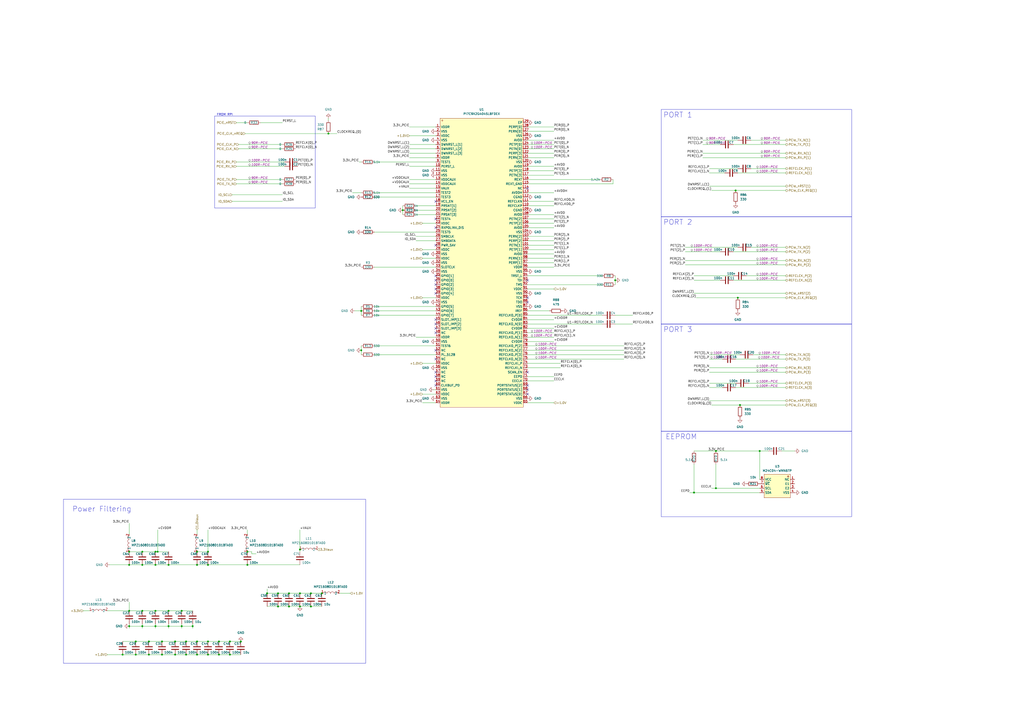
<source format=kicad_sch>
(kicad_sch (version 20230121) (generator eeschema)
  (paper "A2")
  (junction (at 90.17 354.33))
  (junction (at 415.29 283.21))
  (junction (at 209.55 203.2))
  (junction (at 190.5 77.47))
  (junction (at 90.17 363.22))
  (junction (at 167.64 351.79))
  (junction (at 105.41 363.22))
  (junction (at 127 379.73))
  (junction (at 93.98 372.11))
  (junction (at 429.26 234.95))
  (junction (at 120.65 320.04))
  (junction (at 107.95 379.73))
  (junction (at 167.64 344.17))
  (junction (at 139.7 372.11))
  (junction (at 209.55 180.34))
  (junction (at 86.36 372.11))
  (junction (at 180.34 344.17))
  (junction (at 114.3 379.73))
  (junction (at 173.99 351.79))
  (junction (at 120.65 372.11))
  (junction (at 74.93 363.22))
  (junction (at 114.3 320.04))
  (junction (at 114.3 372.11))
  (junction (at 74.93 320.04))
  (junction (at 111.76 363.22))
  (junction (at 74.93 354.33))
  (junction (at 173.99 344.17))
  (junction (at 233.68 121.92))
  (junction (at 356.87 162.56))
  (junction (at 82.55 354.33))
  (junction (at 120.65 327.66))
  (junction (at 107.95 372.11))
  (junction (at 86.36 379.73))
  (junction (at 114.3 327.66))
  (junction (at 180.34 351.79))
  (junction (at 133.35 379.73))
  (junction (at 101.6 379.73))
  (junction (at 78.74 372.11))
  (junction (at 105.41 354.33))
  (junction (at 97.79 363.22))
  (junction (at 78.74 379.73))
  (junction (at 90.17 327.66))
  (junction (at 101.6 372.11))
  (junction (at 154.94 344.17))
  (junction (at 74.93 327.66))
  (junction (at 173.99 318.77))
  (junction (at 127 372.11))
  (junction (at 97.79 354.33))
  (junction (at 97.79 327.66))
  (junction (at 161.29 351.79))
  (junction (at 440.69 261.62))
  (junction (at 426.72 110.49))
  (junction (at 120.65 379.73))
  (junction (at 186.69 344.17))
  (junction (at 71.12 379.73))
  (junction (at 82.55 363.22))
  (junction (at 93.98 379.73))
  (junction (at 161.29 344.17))
  (junction (at 427.99 172.72))
  (junction (at 82.55 320.04))
  (junction (at 143.51 320.04))
  (junction (at 91.44 320.04))
  (junction (at 402.59 285.75))
  (junction (at 90.17 320.04))
  (junction (at 133.35 372.11))
  (junction (at 82.55 327.66))
  (junction (at 143.51 327.66))
  (junction (at 415.29 261.62))
  (no_connect (at 306.07 175.26))
  (no_connect (at 306.07 162.56))
  (no_connect (at 306.07 223.52))
  (no_connect (at 252.73 208.28))
  (no_connect (at 252.73 203.2))
  (no_connect (at 306.07 172.72))
  (no_connect (at 252.73 127))
  (no_connect (at 252.73 167.64))
  (no_connect (at 252.73 132.08))
  (no_connect (at 252.73 215.9))
  (no_connect (at 252.73 193.04))
  (no_connect (at 252.73 185.42))
  (no_connect (at 252.73 220.98))
  (no_connect (at 252.73 223.52))
  (no_connect (at 252.73 218.44))
  (no_connect (at 252.73 160.02))
  (no_connect (at 306.07 226.06))
  (no_connect (at 252.73 162.56))
  (no_connect (at 306.07 109.22))
  (no_connect (at 252.73 170.18))
  (no_connect (at 306.07 228.6))
  (no_connect (at 252.73 165.1))
  (no_connect (at 252.73 187.96))
  (no_connect (at 252.73 142.24))
  (no_connect (at 306.07 215.9))
  (no_connect (at 252.73 190.5))
  (no_connect (at 252.73 116.84))
  (wire (pts (xy 245.11 233.68) (xy 252.73 233.68)))
  (wire (pts (xy 217.17 205.74) (xy 252.73 205.74)))
  (wire (pts (xy 163.83 86.36) (xy 138.43 86.36)))
  (wire (pts (xy 163.83 83.82) (xy 138.43 83.82)))
  (wire (pts (xy 237.49 96.52) (xy 252.73 96.52)))
  (wire (pts (xy 52.07 354.33) (xy 48.26 354.33)))
  (wire (pts (xy 356.87 162.56) (xy 356.87 165.1)))
  (wire (pts (xy 74.93 303.53) (xy 74.93 309.88)))
  (wire (pts (xy 402.59 170.18) (xy 455.93 170.18)))
  (wire (pts (xy 435.61 97.79) (xy 455.93 97.79)))
  (wire (pts (xy 415.29 269.24) (xy 415.29 283.21)))
  (wire (pts (xy 105.41 363.22) (xy 111.76 363.22)))
  (wire (pts (xy 349.25 165.1) (xy 306.07 165.1)))
  (wire (pts (xy 321.31 190.5) (xy 306.07 190.5)))
  (wire (pts (xy 78.74 372.11) (xy 86.36 372.11)))
  (wire (pts (xy 165.1 96.52) (xy 137.16 96.52)))
  (wire (pts (xy 237.49 73.66) (xy 252.73 73.66)))
  (wire (pts (xy 361.95 200.66) (xy 306.07 200.66)))
  (wire (pts (xy 435.61 143.51) (xy 455.93 143.51)))
  (wire (pts (xy 167.64 351.79) (xy 173.99 351.79)))
  (wire (pts (xy 321.31 147.32) (xy 306.07 147.32)))
  (wire (pts (xy 114.3 379.73) (xy 120.65 379.73)))
  (wire (pts (xy 209.55 203.2) (xy 209.55 205.74)))
  (wire (pts (xy 403.86 172.72) (xy 427.99 172.72)))
  (wire (pts (xy 217.17 180.34) (xy 252.73 180.34)))
  (wire (pts (xy 434.34 222.25) (xy 455.93 222.25)))
  (wire (pts (xy 205.74 180.34) (xy 209.55 180.34)))
  (wire (pts (xy 90.17 361.95) (xy 90.17 363.22)))
  (wire (pts (xy 90.17 327.66) (xy 97.79 327.66)))
  (wire (pts (xy 208.28 93.98) (xy 209.55 93.98)))
  (wire (pts (xy 93.98 372.11) (xy 101.6 372.11)))
  (wire (pts (xy 105.41 364.49) (xy 105.41 363.22)))
  (wire (pts (xy 245.11 172.72) (xy 252.73 172.72)))
  (wire (pts (xy 426.72 110.49) (xy 455.93 110.49)))
  (wire (pts (xy 241.3 121.92) (xy 252.73 121.92)))
  (wire (pts (xy 154.94 351.79) (xy 161.29 351.79)))
  (wire (pts (xy 425.45 83.82) (xy 455.93 83.82)))
  (wire (pts (xy 137.16 104.14) (xy 163.83 104.14)))
  (wire (pts (xy 82.55 354.33) (xy 90.17 354.33)))
  (wire (pts (xy 321.31 99.06) (xy 306.07 99.06)))
  (wire (pts (xy 435.61 81.28) (xy 455.93 81.28)))
  (wire (pts (xy 367.03 182.88) (xy 356.87 182.88)))
  (wire (pts (xy 318.77 180.34) (xy 306.07 180.34)))
  (wire (pts (xy 180.34 344.17) (xy 186.69 344.17)))
  (wire (pts (xy 397.51 153.67) (xy 455.93 153.67)))
  (wire (pts (xy 321.31 101.6) (xy 306.07 101.6)))
  (wire (pts (xy 241.3 119.38) (xy 252.73 119.38)))
  (wire (pts (xy 237.49 109.22) (xy 252.73 109.22)))
  (wire (pts (xy 461.01 261.62) (xy 453.39 261.62)))
  (wire (pts (xy 90.17 354.33) (xy 97.79 354.33)))
  (wire (pts (xy 154.94 344.17) (xy 161.29 344.17)))
  (wire (pts (xy 427.99 100.33) (xy 455.93 100.33)))
  (wire (pts (xy 361.95 203.2) (xy 306.07 203.2)))
  (wire (pts (xy 82.55 363.22) (xy 90.17 363.22)))
  (wire (pts (xy 86.36 372.11) (xy 93.98 372.11)))
  (wire (pts (xy 120.65 372.11) (xy 127 372.11)))
  (wire (pts (xy 217.17 114.3) (xy 252.73 114.3)))
  (wire (pts (xy 237.49 86.36) (xy 252.73 86.36)))
  (wire (pts (xy 411.48 215.9) (xy 455.93 215.9)))
  (wire (pts (xy 367.03 187.96) (xy 356.87 187.96)))
  (wire (pts (xy 237.49 78.74) (xy 252.73 78.74)))
  (wire (pts (xy 426.72 224.79) (xy 455.93 224.79)))
  (wire (pts (xy 91.44 320.04) (xy 97.79 320.04)))
  (wire (pts (xy 415.29 283.21) (xy 440.69 283.21)))
  (wire (pts (xy 419.1 208.28) (xy 411.48 208.28)))
  (wire (pts (xy 425.45 160.02) (xy 402.59 160.02)))
  (wire (pts (xy 217.17 111.76) (xy 252.73 111.76)))
  (wire (pts (xy 173.99 318.77) (xy 173.99 307.34)))
  (wire (pts (xy 306.07 104.14) (xy 347.98 104.14)))
  (wire (pts (xy 412.75 283.21) (xy 415.29 283.21)))
  (wire (pts (xy 417.83 83.82) (xy 407.67 83.82)))
  (wire (pts (xy 180.34 351.79) (xy 186.69 351.79)))
  (wire (pts (xy 426.72 222.25) (xy 411.48 222.25)))
  (wire (pts (xy 429.26 205.74) (xy 411.48 205.74)))
  (wire (pts (xy 71.12 379.73) (xy 78.74 379.73)))
  (wire (pts (xy 209.55 180.34) (xy 209.55 182.88)))
  (wire (pts (xy 412.75 110.49) (xy 426.72 110.49)))
  (wire (pts (xy 402.59 285.75) (xy 440.69 285.75)))
  (wire (pts (xy 321.31 139.7) (xy 306.07 139.7)))
  (wire (pts (xy 321.31 91.44) (xy 306.07 91.44)))
  (wire (pts (xy 321.31 220.98) (xy 306.07 220.98)))
  (wire (pts (xy 101.6 379.73) (xy 107.95 379.73)))
  (wire (pts (xy 321.31 152.4) (xy 306.07 152.4)))
  (wire (pts (xy 241.3 139.7) (xy 252.73 139.7)))
  (wire (pts (xy 321.31 142.24) (xy 306.07 142.24)))
  (wire (pts (xy 306.07 233.68) (xy 321.31 233.68)))
  (wire (pts (xy 195.58 77.47) (xy 190.5 77.47)))
  (wire (pts (xy 419.1 224.79) (xy 411.48 224.79)))
  (wire (pts (xy 143.51 327.66) (xy 173.99 327.66)))
  (wire (pts (xy 245.11 144.78) (xy 252.73 144.78)))
  (wire (pts (xy 120.65 307.34) (xy 120.65 320.04)))
  (wire (pts (xy 62.23 379.73) (xy 71.12 379.73)))
  (wire (pts (xy 417.83 162.56) (xy 402.59 162.56)))
  (wire (pts (xy 321.31 86.36) (xy 306.07 86.36)))
  (wire (pts (xy 400.05 285.75) (xy 402.59 285.75)))
  (wire (pts (xy 356.87 160.02) (xy 356.87 162.56)))
  (wire (pts (xy 74.93 364.49) (xy 74.93 363.22)))
  (wire (pts (xy 148.59 321.31) (xy 146.05 321.31)))
  (wire (pts (xy 63.5 327.66) (xy 74.93 327.66)))
  (wire (pts (xy 217.17 134.62) (xy 252.73 134.62)))
  (wire (pts (xy 143.51 307.34) (xy 143.51 309.88)))
  (wire (pts (xy 411.48 232.41) (xy 455.93 232.41)))
  (wire (pts (xy 325.12 213.36) (xy 306.07 213.36)))
  (wire (pts (xy 425.45 162.56) (xy 455.93 162.56)))
  (wire (pts (xy 306.07 187.96) (xy 349.25 187.96)))
  (wire (pts (xy 151.13 71.12) (xy 163.83 71.12)))
  (wire (pts (xy 173.99 344.17) (xy 180.34 344.17)))
  (wire (pts (xy 217.17 177.8) (xy 252.73 177.8)))
  (wire (pts (xy 306.07 111.76) (xy 321.31 111.76)))
  (wire (pts (xy 237.49 83.82) (xy 252.73 83.82)))
  (wire (pts (xy 173.99 351.79) (xy 180.34 351.79)))
  (wire (pts (xy 133.35 379.73) (xy 139.7 379.73)))
  (wire (pts (xy 237.49 104.14) (xy 252.73 104.14)))
  (wire (pts (xy 217.17 200.66) (xy 252.73 200.66)))
  (wire (pts (xy 241.3 195.58) (xy 252.73 195.58)))
  (wire (pts (xy 101.6 372.11) (xy 107.95 372.11)))
  (wire (pts (xy 97.79 363.22) (xy 105.41 363.22)))
  (wire (pts (xy 321.31 127) (xy 306.07 127)))
  (wire (pts (xy 107.95 372.11) (xy 114.3 372.11)))
  (wire (pts (xy 321.31 83.82) (xy 306.07 83.82)))
  (wire (pts (xy 111.76 364.49) (xy 111.76 363.22)))
  (wire (pts (xy 440.69 261.62) (xy 445.77 261.62)))
  (wire (pts (xy 97.79 364.49) (xy 97.79 363.22)))
  (wire (pts (xy 86.36 379.73) (xy 93.98 379.73)))
  (wire (pts (xy 245.11 228.6) (xy 252.73 228.6)))
  (wire (pts (xy 433.07 160.02) (xy 455.93 160.02)))
  (wire (pts (xy 196.85 344.17) (xy 203.2 344.17)))
  (wire (pts (xy 74.93 320.04) (xy 82.55 320.04)))
  (wire (pts (xy 427.99 172.72) (xy 455.93 172.72)))
  (wire (pts (xy 127 379.73) (xy 133.35 379.73)))
  (wire (pts (xy 167.64 344.17) (xy 173.99 344.17)))
  (wire (pts (xy 427.99 81.28) (xy 407.67 81.28)))
  (wire (pts (xy 411.48 107.95) (xy 455.93 107.95)))
  (wire (pts (xy 90.17 364.49) (xy 90.17 363.22)))
  (wire (pts (xy 245.11 210.82) (xy 252.73 210.82)))
  (wire (pts (xy 355.6 106.68) (xy 355.6 104.14)))
  (wire (pts (xy 120.65 379.73) (xy 127 379.73)))
  (wire (pts (xy 306.07 167.64) (xy 321.31 167.64)))
  (wire (pts (xy 420.37 100.33) (xy 411.48 100.33)))
  (wire (pts (xy 321.31 88.9) (xy 306.07 88.9)))
  (wire (pts (xy 415.29 261.62) (xy 440.69 261.62)))
  (wire (pts (xy 114.3 320.04) (xy 120.65 320.04)))
  (wire (pts (xy 321.31 96.52) (xy 306.07 96.52)))
  (wire (pts (xy 78.74 379.73) (xy 86.36 379.73)))
  (wire (pts (xy 190.5 77.47) (xy 142.24 77.47)))
  (wire (pts (xy 407.67 91.44) (xy 455.93 91.44)))
  (wire (pts (xy 74.93 361.95) (xy 74.93 363.22)))
  (wire (pts (xy 161.29 344.17) (xy 167.64 344.17)))
  (wire (pts (xy 163.83 113.03) (xy 134.62 113.03)))
  (wire (pts (xy 74.93 327.66) (xy 82.55 327.66)))
  (wire (pts (xy 321.31 218.44) (xy 306.07 218.44)))
  (wire (pts (xy 427.99 97.79) (xy 411.48 97.79)))
  (wire (pts (xy 321.31 132.08) (xy 306.07 132.08)))
  (wire (pts (xy 74.93 349.25) (xy 74.93 354.33)))
  (wire (pts (xy 321.31 73.66) (xy 306.07 73.66)))
  (wire (pts (xy 209.55 200.66) (xy 209.55 203.2)))
  (wire (pts (xy 306.07 106.68) (xy 355.6 106.68)))
  (wire (pts (xy 407.67 88.9) (xy 455.93 88.9)))
  (wire (pts (xy 426.72 208.28) (xy 455.93 208.28)))
  (wire (pts (xy 127 372.11) (xy 133.35 372.11)))
  (wire (pts (xy 97.79 354.33) (xy 105.41 354.33)))
  (wire (pts (xy 114.3 372.11) (xy 120.65 372.11)))
  (wire (pts (xy 62.23 354.33) (xy 74.93 354.33)))
  (wire (pts (xy 321.31 129.54) (xy 306.07 129.54)))
  (wire (pts (xy 97.79 361.95) (xy 97.79 363.22)))
  (wire (pts (xy 114.3 327.66) (xy 120.65 327.66)))
  (wire (pts (xy 82.55 320.04) (xy 90.17 320.04)))
  (wire (pts (xy 165.1 93.98) (xy 137.16 93.98)))
  (wire (pts (xy 90.17 320.04) (xy 91.44 320.04)))
  (wire (pts (xy 97.79 327.66) (xy 114.3 327.66)))
  (wire (pts (xy 425.45 146.05) (xy 455.93 146.05)))
  (wire (pts (xy 241.3 137.16) (xy 252.73 137.16)))
  (wire (pts (xy 321.31 81.28) (xy 306.07 81.28)))
  (wire (pts (xy 321.31 144.78) (xy 306.07 144.78)))
  (wire (pts (xy 402.59 261.62) (xy 415.29 261.62)))
  (wire (pts (xy 237.49 88.9) (xy 252.73 88.9)))
  (wire (pts (xy 321.31 149.86) (xy 306.07 149.86)))
  (wire (pts (xy 111.76 361.95) (xy 111.76 363.22)))
  (wire (pts (xy 74.93 363.22) (xy 82.55 363.22)))
  (wire (pts (xy 245.11 129.54) (xy 252.73 129.54)))
  (wire (pts (xy 321.31 76.2) (xy 306.07 76.2)))
  (wire (pts (xy 217.17 182.88) (xy 252.73 182.88)))
  (wire (pts (xy 82.55 327.66) (xy 90.17 327.66)))
  (wire (pts (xy 436.88 205.74) (xy 455.93 205.74)))
  (wire (pts (xy 82.55 364.49) (xy 82.55 363.22)))
  (wire (pts (xy 154.94 341.63) (xy 154.94 344.17)))
  (wire (pts (xy 146.05 320.04) (xy 143.51 320.04)))
  (wire (pts (xy 71.12 372.11) (xy 78.74 372.11)))
  (wire (pts (xy 237.49 91.44) (xy 252.73 91.44)))
  (wire (pts (xy 440.69 278.13) (xy 440.69 261.62)))
  (wire (pts (xy 361.95 205.74) (xy 306.07 205.74)))
  (wire (pts (xy 306.07 154.94) (xy 321.31 154.94)))
  (wire (pts (xy 321.31 137.16) (xy 306.07 137.16)))
  (wire (pts (xy 325.12 210.82) (xy 306.07 210.82)))
  (wire (pts (xy 321.31 185.42) (xy 306.07 185.42)))
  (wire (pts (xy 93.98 379.73) (xy 101.6 379.73)))
  (wire (pts (xy 105.41 354.33) (xy 111.76 354.33)))
  (wire (pts (xy 120.65 327.66) (xy 143.51 327.66)))
  (wire (pts (xy 133.35 372.11) (xy 139.7 372.11)))
  (wire (pts (xy 161.29 351.79) (xy 167.64 351.79)))
  (wire (pts (xy 245.11 149.86) (xy 252.73 149.86)))
  (wire (pts (xy 209.55 177.8) (xy 209.55 180.34)))
  (wire (pts (xy 143.51 71.12) (xy 137.16 71.12)))
  (wire (pts (xy 233.68 119.38) (xy 233.68 121.92)))
  (wire (pts (xy 417.83 146.05) (xy 397.51 146.05)))
  (wire (pts (xy 173.99 320.04) (xy 173.99 318.77)))
  (wire (pts (xy 397.51 151.13) (xy 455.93 151.13)))
  (wire (pts (xy 251.46 226.06) (xy 252.73 226.06)))
  (wire (pts (xy 429.26 234.95) (xy 455.93 234.95)))
  (wire (pts (xy 349.25 160.02) (xy 306.07 160.02)))
  (wire (pts (xy 217.17 93.98) (xy 252.73 93.98)))
  (wire (pts (xy 321.31 116.84) (xy 306.07 116.84)))
  (wire (pts (xy 427.99 143.51) (xy 397.51 143.51)))
  (wire (pts (xy 114.3 307.34) (xy 114.3 309.88)))
  (wire (pts (xy 146.05 321.31) (xy 146.05 320.04)))
  (wire (pts (xy 412.75 234.95) (xy 429.26 234.95)))
  (wire (pts (xy 306.07 182.88) (xy 349.25 182.88)))
  (wire (pts (xy 217.17 154.94) (xy 252.73 154.94)))
  (wire (pts (xy 137.16 106.68) (xy 163.83 106.68)))
  (wire (pts (xy 204.47 111.76) (xy 209.55 111.76)))
  (wire (pts (xy 107.95 379.73) (xy 114.3 379.73)))
  (wire (pts (xy 74.93 354.33) (xy 82.55 354.33)))
  (wire (pts (xy 321.31 124.46) (xy 306.07 124.46)))
  (wire (pts (xy 237.49 106.68) (xy 252.73 106.68)))
  (wire (pts (xy 321.31 198.12) (xy 306.07 198.12)))
  (wire (pts (xy 361.95 208.28) (xy 306.07 208.28)))
  (wire (pts (xy 105.41 361.95) (xy 105.41 363.22)))
  (wire (pts (xy 233.68 121.92) (xy 233.68 124.46)))
  (wire (pts (xy 190.5 69.85) (xy 190.5 68.58)))
  (wire (pts (xy 402.59 269.24) (xy 402.59 285.75)))
  (wire (pts (xy 411.48 213.36) (xy 455.93 213.36)))
  (wire (pts (xy 82.55 361.95) (xy 82.55 363.22)))
  (wire (pts (xy 91.44 307.34) (xy 91.44 320.04)))
  (wire (pts (xy 321.31 119.38) (xy 306.07 119.38)))
  (wire (pts (xy 90.17 363.22) (xy 97.79 363.22)))
  (wire (pts (xy 321.31 195.58) (xy 306.07 195.58)))
  (wire (pts (xy 241.3 124.46) (xy 252.73 124.46)))
  (wire (pts (xy 321.31 193.04) (xy 306.07 193.04)))
  (wire (pts (xy 163.83 116.84) (xy 134.62 116.84)))
  (rectangle (start 383.54 250.19) (end 494.03 299.72))
  (rectangle (start 383.54 187.96) (end 494.03 250.19))
  (rectangle (start 383.54 125.73) (end 494.03 187.96))
  (rectangle (start 383.54 63.5) (end 494.03 125.73))
  (rectangle (start 36.83 289.56) (end 212.09 384.81))
  (rectangle (start 124.46 67.31) (end 182.88 120.65))
  (text "FROM RPI\n" (at 125.73 67.31 0) (effects (font (size 1.27 1.27)) (justify left bottom)))
  (text "Power Filtering\n" (at 41.91 297.18 0) (effects (font (size 3 3)) (justify left bottom)))
  (text "PORT 3" (at 384.81 193.04 0) (effects (font (size 3 3)) (justify left bottom)))
  (text "PORT 1" (at 384.81 68.58 0) (effects (font (size 3 3)) (justify left bottom)))
  (text "PORT 2" (at 384.81 130.81 0) (effects (font (size 3 3)) (justify left bottom)))
  (text "EEPROM" (at 386.08 255.27 0) (effects (font (size 3 3)) (justify left bottom)))
  (label "PER(2)_P" (at 321.31 139.7 0))
  (label "DWNRST_L(3)" (at 237.49 88.9 180))
  (label "EECLK" (at 321.31 220.98 0))
  (label "REFCLK(1)_N" (at 321.31 195.58 0))
  (label "IO_SDA" (at 163.83 116.84 0))
  (label "REFCLK(2)_P" (at 402.59 160.02 180))
  (label "EECLK" (at 412.75 283.21 180))
  (label "DWNRST_L(2)" (at 237.49 86.36 180))
  (label "PER(3)_P" (at 411.48 215.9 180))
  (label "+VAUX" (at 173.99 307.34 0))
  (label "PET(2)_N" (at 321.31 127 0))
  (label "+VAUX" (at 237.49 109.22 180))
  (label "PET(3)_P" (at 411.48 208.28 180))
  (label "REFCLKO0_P" (at 321.31 119.38 0))
  (label "3.3V_PCIE" (at 237.49 91.44 180))
  (label "DWNRST_L(2)" (at 402.59 170.18 180))
  (label "REFCLK(1)_P" (at 411.48 97.79 180))
  (label "+CVDDR" (at 321.31 185.42 0))
  (label "+AVDDH" (at 148.59 321.31 0))
  (label "PET(0)_P" (at 321.31 83.82 0))
  (label "PERST_L" (at 237.49 96.52 180))
  (label "PET(2)_P" (at 321.31 129.54 0))
  (label "PER(0)_P" (at 171.45 104.14 0))
  (label "U1-REFLCOK_P" (at 328.93 182.88 0))
  (label "REFCLK(2)_N" (at 361.95 203.2 0))
  (label "REFCLK(2)_P" (at 361.95 200.66 0))
  (label "3.3V_PCIE" (at 204.47 111.76 180))
  (label "CLOCKREQ_(2)" (at 403.86 172.72 180))
  (label "REFCLK(1)_N" (at 411.48 100.33 180))
  (label "3.3V_PCIE" (at 209.55 154.94 180))
  (label "REFCLK(0)_P" (at 325.12 210.82 0))
  (label "REFCLK(0)_P" (at 171.45 83.82 0))
  (label "REFCLK(1)_P" (at 321.31 193.04 0))
  (label "+AVDD" (at 154.94 341.63 0))
  (label "3.3V_PCIE" (at 241.3 195.58 180))
  (label "REFCLK(3)_N" (at 361.95 208.28 0))
  (label "PER(3)_N" (at 411.48 213.36 180))
  (label "+VDDCAUX" (at 237.49 104.14 180))
  (label "REFCLKO0_P" (at 367.03 182.88 0))
  (label "EEPD" (at 321.31 218.44 0))
  (label "+AVDD" (at 321.31 147.32 0))
  (label "PET(2)_P" (at 397.51 146.05 180))
  (label "3.3V_PCIE" (at 74.93 349.25 180))
  (label "+VDDCAUX" (at 237.49 106.68 180))
  (label "+CVDDR" (at 321.31 198.12 0))
  (label "PER(0)_P" (at 321.31 73.66 0))
  (label "3.3V_PCIE" (at 420.37 261.62 180))
  (label "3.3V_PCIE" (at 321.31 154.94 0))
  (label "CLOCKREQ_(3)" (at 412.75 234.95 180))
  (label "3.3V_PCIE" (at 143.51 307.34 180))
  (label "PET(1)_P" (at 407.67 83.82 180))
  (label "DWNRST_L(3)" (at 411.48 232.41 180))
  (label "PET(1)_P" (at 321.31 144.78 0))
  (label "3.3V_PCIE" (at 74.93 303.53 180))
  (label "PER(1)_N" (at 321.31 149.86 0))
  (label "DWNRST_L(1)" (at 237.49 83.82 180))
  (label "PER(1)_P" (at 407.67 91.44 180))
  (label "PER(3)_N" (at 321.31 91.44 0))
  (label "U1-REFLCOK_N" (at 328.93 187.96 0))
  (label "PER(2)_P" (at 397.51 153.67 180))
  (label "PER(2)_N" (at 321.31 137.16 0))
  (label "+AVDD" (at 321.31 96.52 0))
  (label "PET(3)_N" (at 411.48 205.74 180))
  (label "CLOCKREQ_(0)" (at 195.58 77.47 0))
  (label "PER(3)_P" (at 321.31 88.9 0))
  (label "PET(0)_P" (at 172.72 93.98 0))
  (label "PET(0)_N" (at 172.72 96.52 0))
  (label "PET(3)_P" (at 321.31 99.06 0))
  (label "+AVDD" (at 321.31 81.28 0))
  (label "REFCLK(3)_P" (at 361.95 205.74 0))
  (label "REFCLK(3)_P" (at 411.48 222.25 180))
  (label "+AVDD" (at 321.31 132.08 0))
  (label "IO_SCL" (at 163.83 113.03 0))
  (label "3.3V_PCIE" (at 237.49 73.66 180))
  (label "REFCLK(0)_N" (at 325.12 213.36 0))
  (label "PER(1)_N" (at 407.67 88.9 180))
  (label "PET(3)_N" (at 321.31 101.6 0))
  (label "3.3V_PCIE" (at 245.11 233.68 180))
  (label "+AVDDH" (at 321.31 111.76 0))
  (label "+AVDD" (at 321.31 124.46 0))
  (label "3.3V_PCIE" (at 208.28 93.98 180))
  (label "PET(1)_N" (at 321.31 142.24 0))
  (label "PET(2)_N" (at 397.51 143.51 180))
  (label "PER(0)_N" (at 171.45 106.68 0))
  (label "PER(1)_P" (at 321.31 152.4 0))
  (label "PERST_L" (at 163.83 71.12 0))
  (label "+CVDDR" (at 91.44 307.34 0))
  (label "REFCLKO0_N" (at 321.31 116.84 0))
  (label "CLOCKREQ_(1)" (at 412.75 110.49 180))
  (label "EEPD" (at 400.05 285.75 180))
  (label "+VDDCAUX" (at 120.65 307.34 0))
  (label "IO_SCL" (at 241.3 137.16 180))
  (label "+CVDDR" (at 321.31 190.5 0))
  (label "REFCLK(0)_N" (at 171.45 86.36 0))
  (label "PER(2)_N" (at 397.51 151.13 180))
  (label "REFCLK(2)_N" (at 402.59 162.56 180))
  (label "PET(0)_N" (at 321.31 86.36 0))
  (label "REFCLK(3)_N" (at 411.48 224.79 180))
  (label "DWNRST_L(1)" (at 411.48 107.95 180))
  (label "PET(1)_N" (at 407.67 81.28 180))
  (label "IO_SDA" (at 241.3 139.7 180))
  (label "PER(0)_N" (at 321.31 76.2 0))
  (label "REFCLKO0_N" (at 367.03 187.96 0))
  (hierarchical_label "+1.0V" (shape input) (at 321.31 167.64 0))
  (hierarchical_label "REFCLCK_P(1)" (shape output) (at 455.93 97.79 0))
  (hierarchical_label "PCIe_TX_P(2)" (shape output) (at 455.93 146.05 0))
  (hierarchical_label "PCIE_CLK_P" (shape input) (at 138.43 83.82 180))
  (hierarchical_label "+1.0V" (shape input) (at 245.11 228.6 180))
  (hierarchical_label "+1.0V" (shape input) (at 245.11 172.72 180))
  (hierarchical_label "PCIe_nRST(2)" (shape output) (at 455.93 170.18 0))
  (hierarchical_label "1.0Vaux" (shape input) (at 114.3 307.34 90))
  (hierarchical_label "REFCLCK_P(2)" (shape output) (at 455.93 160.02 0))
  (hierarchical_label "3.3Vaux" (shape input) (at 184.15 318.77 0))
  (hierarchical_label "+1.0V" (shape input) (at 245.11 210.82 180))
  (hierarchical_label "+1.0V" (shape input) (at 203.2 344.17 0))
  (hierarchical_label "PCIe_RX_P(2)" (shape output) (at 455.93 153.67 0))
  (hierarchical_label "PCIe_CLK_REQ(2)" (shape output) (at 455.93 172.72 0))
  (hierarchical_label "PCIE_RX_N" (shape input) (at 137.16 96.52 180))
  (hierarchical_label "REFCLCK_N(1)" (shape output) (at 455.93 100.33 0))
  (hierarchical_label "PCIE_CLK_nREQ" (shape input) (at 142.24 77.47 180))
  (hierarchical_label "PCIe_nRST(3)" (shape output) (at 455.93 232.41 0))
  (hierarchical_label "PCIe_RX_N(1)" (shape output) (at 455.93 88.9 0))
  (hierarchical_label "PCIe_RX_P(3)" (shape output) (at 455.93 215.9 0))
  (hierarchical_label "PCIE_TX_N" (shape input) (at 137.16 106.68 180))
  (hierarchical_label "IO_SCL" (shape input) (at 134.62 113.03 180))
  (hierarchical_label "REFCLCK_P(3)" (shape output) (at 455.93 222.25 0))
  (hierarchical_label "+1.0V" (shape input) (at 245.11 149.86 180))
  (hierarchical_label "PCIe_RX_P(1)" (shape output) (at 455.93 91.44 0))
  (hierarchical_label "PCIe_nRST(1)" (shape output) (at 455.93 107.95 0))
  (hierarchical_label "PCIE_RX_P" (shape input) (at 137.16 93.98 180))
  (hierarchical_label "PCIe_CLK_REQ(1)" (shape output) (at 455.93 110.49 0))
  (hierarchical_label "PCIe_CLK_REQ(3)" (shape output) (at 455.93 234.95 0))
  (hierarchical_label "PCIE_nRST" (shape input) (at 137.16 71.12 180))
  (hierarchical_label "PCIE_CLK_N" (shape input) (at 138.43 86.36 180))
  (hierarchical_label "+1.0V" (shape input) (at 245.11 129.54 180))
  (hierarchical_label "PCIe_TX_P(3)" (shape output) (at 455.93 208.28 0))
  (hierarchical_label "PCIe_RX_N(2)" (shape output) (at 455.93 151.13 0))
  (hierarchical_label "PCIe_RX_N(3)" (shape output) (at 455.93 213.36 0))
  (hierarchical_label "+1.0V" (shape input) (at 62.23 379.73 180))
  (hierarchical_label "+1.0V" (shape input) (at 321.31 233.68 0))
  (hierarchical_label "PCIe_TX_P(1)" (shape output) (at 455.93 83.82 0))
  (hierarchical_label "REFCLCK_N(2)" (shape output) (at 455.93 162.56 0))
  (hierarchical_label "PCIE_TX_P" (shape input) (at 137.16 104.14 180))
  (hierarchical_label "REFCLCK_N(3)" (shape output) (at 455.93 224.79 0))
  (hierarchical_label "PCIe_TX_N(3)" (shape output) (at 455.93 205.74 0))
  (hierarchical_label "+1.0V" (shape input) (at 245.11 144.78 180))
  (hierarchical_label "PCIe_TX_N(2)" (shape output) (at 455.93 143.51 0))
  (hierarchical_label "+1.0V" (shape input) (at 237.49 78.74 180))
  (hierarchical_label "+3.3V" (shape input) (at 48.26 354.33 180))
  (hierarchical_label "PCIe_TX_N(1)" (shape output) (at 455.93 81.28 0))
  (hierarchical_label "IO_SDA" (shape input) (at 134.62 116.84 180))
  (netclass_flag "" (length 1) (shape round) (at 439.42 151.13 0) (property "Netclass" "100R-PCIE" (at 440.309 150.13 0) (effects (font italic) (justify left))))
  (netclass_flag "" (length 1) (shape round) (at 311.15 208.28 0) (property "Netclass" "100R-PCIE" (at 312.039 207.28 0) (effects (font italic) (justify left))))
  (netclass_flag "" (length 1) (shape round) (at 308.61 193.04 0) (property "Netclass" "100R-PCIE" (at 309.499 192.04 0) (effects (font italic) (justify left))))
  (netclass_flag "" (length 1) (shape round) (at 439.42 146.05 0) (property "Netclass" "100R-PCIE" (at 440.309 145.05 0) (effects (font italic) (justify left))))
  (netclass_flag "" (length 1) (shape round) (at 144.78 96.52 0) (property "Netclass" "100R-PCIE" (at 145.669 95.52 0) (effects (font italic) (justify left))))
  (netclass_flag "" (length 1) (shape round) (at 401.32 146.05 0) (property "Netclass" "100R-PCIE" (at 402.209 145.05 0) (effects (font italic) (justify left))))
  (netclass_flag "" (length 1) (shape round) (at 144.78 104.14 0) (property "Netclass" "90R-PCIE" (at 145.669 103.14 0) (effects (font italic) (justify left))))
  (netclass_flag "" (length 1) (shape round) (at 401.32 143.51 0) (property "Netclass" "100R-PCIE" (at 402.209 142.51 0) (effects (font italic) (justify left))))
  (netclass_flag "" (length 1) (shape round) (at 308.61 86.36 0) (property "Netclass" "100R-PCIE" (at 309.499 85.36 0) (effects (font italic) (justify left))))
  (netclass_flag "" (length 1) (shape round) (at 144.78 86.36 0) (property "Netclass" "90R-PCIE" (at 145.669 85.36 0) (effects (font italic) (justify left))))
  (netclass_flag "" (length 1) (shape round) (at 439.42 100.33 0) (property "Netclass" "100R-PCIE" (at 440.309 99.33 0) (effects (font italic) (justify left))))
  (netclass_flag "" (length 1) (shape round) (at 311.15 200.66 0) (property "Netclass" "100R-PCIE" (at 312.039 199.66 0) (effects (font italic) (justify left))))
  (netclass_flag "" (length 1) (shape round) (at 441.96 88.9 0) (property "Netclass" "90R-PCIE" (at 442.849 87.9 0) (effects (font italic) (justify left))))
  (netclass_flag "" (length 1) (shape round) (at 410.21 83.82 0) (property "Netclass" "90R-PCIE" (at 411.099 82.82 0) (effects (font italic) (justify left))))
  (netclass_flag "" (length 1) (shape round) (at 439.42 213.36 0) (property "Netclass" "100R-PCIE" (at 440.309 212.36 0) (effects (font italic) (justify left))))
  (netclass_flag "" (length 1) (shape round) (at 308.61 195.58 0) (property "Netclass" "100R-PCIE" (at 309.499 194.58 0) (effects (font italic) (justify left))))
  (netclass_flag "" (length 1) (shape round) (at 439.42 222.25 0) (property "Netclass" "100R-PCIE" (at 440.309 221.25 0) (effects (font italic) (justify left))))
  (netclass_flag "" (length 1) (shape round) (at 144.78 93.98 0) (property "Netclass" "100R-PCIE" (at 145.669 92.98 0) (effects (font italic) (justify left))))
  (netclass_flag "" (length 1) (shape round) (at 412.75 205.74 0) (property "Netclass" "100R-PCIE" (at 413.639 204.74 0) (effects (font italic) (justify left))))
  (netclass_flag "" (length 1) (shape round) (at 144.78 106.68 0) (property "Netclass" "90R-PCIE" (at 145.669 105.68 0) (effects (font italic) (justify left))))
  (netclass_flag "" (length 1) (shape round) (at 439.42 153.67 0) (property "Netclass" "100R-PCIE" (at 440.309 152.67 0) (effects (font italic) (justify left))))
  (netclass_flag "" (length 1) (shape round) (at 439.42 162.56 0) (property "Netclass" "100R-PCIE" (at 440.309 161.56 0) (effects (font italic) (justify left))))
  (netclass_flag "" (length 1) (shape round) (at 439.42 224.79 0) (property "Netclass" "100R-PCIE" (at 440.309 223.79 0) (effects (font italic) (justify left))))
  (netclass_flag "" (length 1) (shape round) (at 308.61 83.82 0) (property "Netclass" "100R-PCIE" (at 309.499 82.82 0) (effects (font italic) (justify left))))
  (netclass_flag "" (length 1) (shape round) (at 144.78 83.82 0) (property "Netclass" "90R-PCIE" (at 145.669 82.82 0) (effects (font italic) (justify left))))
  (netclass_flag "" (length 1) (shape round) (at 311.15 203.2 0) (property "Netclass" "100R-PCIE" (at 312.039 202.2 0) (effects (font italic) (justify left))))
  (netclass_flag "" (length 1) (shape round) (at 440.69 205.74 0) (property "Netclass" "100R-PCIE" (at 441.579 204.74 0) (effects (font italic) (justify left))))
  (netclass_flag "" (length 1) (shape round) (at 412.75 208.28 0) (property "Netclass" "100R-PCIE" (at 413.639 207.28 0) (effects (font italic) (justify left))))
  (netclass_flag "" (length 1) (shape round) (at 439.42 160.02 0) (property "Netclass" "100R-PCIE" (at 440.309 159.02 0) (effects (font italic) (justify left))))
  (netclass_flag "" (length 1) (shape round) (at 440.399 208.28 0) (property "Netclass" "100R-PCIE" (at 441.288 207.28 0) (effects (font italic) (justify left))))
  (netclass_flag "" (length 1) (shape round) (at 311.15 205.74 0) (property "Netclass" "100R-PCIE" (at 312.039 204.74 0) (effects (font italic) (justify left))))
  (netclass_flag "" (length 1) (shape round) (at 439.42 215.9 0) (property "Netclass" "100R-PCIE" (at 440.309 214.9 0) (effects (font italic) (justify left))))
  (netclass_flag "" (length 1) (shape round) (at 441.96 83.82 0) (property "Netclass" "90R-PCIE" (at 442.849 82.82 0) (effects (font italic) (justify left))))
  (netclass_flag "" (length 1) (shape round) (at 439.42 97.79 0) (property "Netclass" "100R-PCIE" (at 440.309 96.79 0) (effects (font italic) (justify left))))
  (netclass_flag "" (length 1) (shape round) (at 439.42 143.51 0) (property "Netclass" "100R-PCIE" (at 440.309 142.51 0) (effects (font italic) (justify left))))
  (netclass_flag "" (length 1) (shape round) (at 441.96 91.44 0) (property "Netclass" "90R-PCIE" (at 442.849 90.44 0) (effects (font italic) (justify left))))
  (netclass_flag "" (length 1) (shape round) (at 410.21 81.28 0) (property "Netclass" "90R-PCIE" (at 411.099 80.28 0) (effects (font italic) (justify left))))
  (netclass_flag "" (length 1) (shape round) (at 441.96 81.28 0) (property "Netclass" "90R-PCIE" (at 442.849 80.28 0) (effects (font italic) (justify left))))
  (symbol (lib_id "power:GND") (at 252.73 81.28 270) (unit 1)
    (property "Reference" "#PWR022" (effects hide))
    (property "Value" "GND" (at 248.92 81.28 90) (effects (justify right)))
    (instances (project "PCIE_SWITCH" (path "" (reference "#PWR022") (unit 1))) (project "switch" (path "" (reference "#PWR09") (unit 1)) (path "" (reference "#PWR013") (unit 1))) (project "CM4IOv5" (path "" (reference "#PWR022") (unit 1))))
  )
  (symbol (lib_id "Device:C") (at 173.99 323.85 0) (unit 1)
    (property "Reference" "C71" (at 170.18 321.31 0) (effects (justify left)))
    (property "Value" "100n" (at 175.26 326.39 0) (effects (justify left)))
    (property "Footprint" "Capacitor_SMD:C_0402_1005Metric" (effects hide))
    (property "Datasheet" "https://datasheet.lcsc.com/lcsc/2304140030_YAGEO-CC0402KRX7R6BB104_C309458.pdf" (effects hide))
    (property "LCSC Part" "C309458" (effects hide))
    (property "Part Description" "10V 100nF X7R ±10% 0402 Multilayer Ceramic Capacitors MLCC - SMD/SMT ROHS" (effects hide))
    (instances (project "PCIE_SWITCH" (path "" (reference "C71") (unit 1))) (project "switch" (path "" (reference "C32") (unit 1)) (path "" (reference "C30") (unit 1))) (project "CM4IOv5" (path "" (reference "C71") (unit 1))))
  )
  (symbol (lib_id "Device:C") (at 424.18 100.33 90) (unit 1)
    (property "Reference" "C9" (at 426.72 99.06 90))
    (property "Value" "100n" (at 419.1 99.06 90))
    (property "Footprint" "Capacitor_SMD:C_0402_1005Metric" (effects hide))
    (property "Datasheet" "https://datasheet.lcsc.com/lcsc/2304140030_YAGEO-CC0402KRX7R6BB104_C309458.pdf" (effects hide))
    (property "LCSC Part" "C309458" (effects hide))
    (property "Part Description" "10V 100nF X7R ±10% 0402 Multilayer Ceramic Capacitors MLCC - SMD/SMT ROHS" (effects hide))
    (instances (project "PCIE_SWITCH" (path "" (reference "C9") (unit 1))) (project "switch" (path "" (reference "C41") (unit 1)) (path "" (reference "C41") (unit 1))) (project "CM4IOv5" (path "" (reference "C9") (unit 1))))
  )
  (symbol (lib_id "Device:R") (at 213.36 182.88 270) (unit 1)
    (property "Reference" "R7" (at 213.36 182.88 90))
    (property "Value" "10k" (at 218.44 182.88 90))
    (property "Footprint" "Resistor_SMD:R_0402_1005Metric" (effects hide))
    (property "LCSC Part" "C25744" (effects hide))
    (instances (project "PCIE_SWITCH" (path "" (reference "R7") (unit 1))) (project "switch" (path "" (reference "R9") (unit 1)) (path "" (reference "R9") (unit 1))) (project "CM4IOv5" (path "" (reference "R7") (unit 1))))
  )
  (symbol (lib_id "Device:C") (at 139.7 375.92 0) (unit 1)
    (property "Reference" "C57" (at 135.89 373.38 0) (effects (justify left)))
    (property "Value" "10u" (at 140.97 378.46 0) (effects (justify left)))
    (property "Footprint" "Capacitor_SMD:C_0402_1005Metric" (effects hide))
    (property "Datasheet" "https://datasheet.lcsc.com/lcsc/2312201433_Samsung-Electro-Mechanics-CL05A106MP5NUNC_C315248.pdf" (effects hide))
    (property "LCSC Part" "C315248" (effects hide))
    (property "Part Description" "10V 10uF X5R ±20% 0402 Multilayer Ceramic Capacitors MLCC - SMD/SMT ROHS" (effects hide))
    (instances (project "PCIE_SWITCH" (path "" (reference "C57") (unit 1))) (project "switch" (path "" (reference "C27") (unit 1)) (path "" (reference "C25") (unit 1))) (project "CM4IOv5" (path "" (reference "C57") (unit 1))))
  )
  (symbol (lib_id "Device:C") (at 353.06 187.96 90) (unit 1)
    (property "Reference" "C3" (at 355.6 186.69 90))
    (property "Value" "100n" (at 347.98 186.69 90))
    (property "Footprint" "Capacitor_SMD:C_0402_1005Metric" (effects hide))
    (property "Datasheet" "https://datasheet.lcsc.com/lcsc/2304140030_YAGEO-CC0402KRX7R6BB104_C309458.pdf" (effects hide))
    (property "LCSC Part" "C309458" (effects hide))
    (property "Part Description" "10V 100nF X7R ±10% 0402 Multilayer Ceramic Capacitors MLCC - SMD/SMT ROHS" (effects hide))
    (instances (project "PCIE_SWITCH" (path "" (reference "C3") (unit 1))) (project "switch" (path "" (reference "C8") (unit 1)) (path "" (reference "C35") (unit 1))) (project "CM4IOv5" (path "" (reference "C3") (unit 1))))
  )
  (symbol (lib_id "Device:R") (at 213.36 114.3 90) (unit 1)
    (property "Reference" "R12" (at 213.36 114.3 90))
    (property "Value" "330" (at 218.44 114.3 90))
    (property "Footprint" "Resistor_SMD:R_0402_1005Metric" (effects hide))
    (property "LCSC Part" "C25104" (effects hide))
    (instances (project "PCIE_SWITCH" (path "" (reference "R12") (unit 1))) (project "switch" (path "" (reference "R4") (unit 1)) (path "" (reference "R4") (unit 1))) (project "CM4IOv5" (path "" (reference "R12") (unit 1))))
  )
  (symbol (lib_id "Device:C") (at 161.29 347.98 0) (unit 1)
    (property "Reference" "C59" (at 157.48 345.44 0) (effects (justify left)))
    (property "Value" "100n" (at 162.56 350.52 0) (effects (justify left)))
    (property "Footprint" "Capacitor_SMD:C_0402_1005Metric" (effects hide))
    (property "Datasheet" "https://datasheet.lcsc.com/lcsc/2304140030_YAGEO-CC0402KRX7R6BB104_C309458.pdf" (effects hide))
    (property "LCSC Part" "C309458" (effects hide))
    (property "Part Description" "10V 100nF X7R ±10% 0402 Multilayer Ceramic Capacitors MLCC - SMD/SMT ROHS" (effects hide))
    (instances (project "PCIE_SWITCH" (path "" (reference "C59") (unit 1))) (project "switch" (path "" (reference "C30") (unit 1)) (path "" (reference "C28") (unit 1))) (project "CM4IOv5" (path "" (reference "C59") (unit 1))))
  )
  (symbol (lib_id "Device:C") (at 82.55 358.14 0) (unit 1)
    (property "Reference" "C23" (at 78.74 355.6 0) (effects (justify left)))
    (property "Value" "100n" (at 83.82 360.68 0) (effects (justify left)))
    (property "Footprint" "Capacitor_SMD:C_0402_1005Metric" (effects hide))
    (property "Datasheet" "https://datasheet.lcsc.com/lcsc/2304140030_YAGEO-CC0402KRX7R6BB104_C309458.pdf" (effects hide))
    (property "LCSC Part" "C309458" (effects hide))
    (property "Part Description" "10V 100nF X7R ±10% 0402 Multilayer Ceramic Capacitors MLCC - SMD/SMT ROHS" (effects hide))
    (instances (project "PCIE_SWITCH" (path "" (reference "C23") (unit 1))) (project "switch" (path "" (reference "C10") (unit 1)) (path "" (reference "C6") (unit 1))) (project "CM4IOv5" (path "" (reference "C23") (unit 1))))
  )
  (symbol (lib_id "power:GND") (at 429.26 242.57 0) (unit 1)
    (property "Reference" "#PWR0153" (effects hide))
    (property "Value" "GND" (at 429.26 247.65 0))
    (instances (project "PCIE_SWITCH" (path "" (reference "#PWR0153") (unit 1))) (project "switch" (path "" (reference "#PWR037") (unit 1)) (path "" (reference "#PWR037") (unit 1))) (project "CM4IOv5" (path "" (reference "#PWR0153") (unit 1))))
  )
  (symbol (lib_id "power:GND") (at 356.87 162.56 90) (unit 1)
    (property "Reference" "#PWR06" (effects hide))
    (property "Value" "GND" (at 360.68 162.56 90) (effects (justify right)))
    (instances (project "PCIE_SWITCH" (path "" (reference "#PWR06") (unit 1))) (project "switch" (path "" (reference "#PWR032") (unit 1)) (path "" (reference "#PWR034") (unit 1))) (project "CM4IOv5" (path "" (reference "#PWR06") (unit 1))))
  )
  (symbol (lib_id "power:GND") (at 190.5 68.58 180) (unit 1)
    (property "Reference" "#PWR0155" (effects hide))
    (property "Value" "GND" (at 190.5 63.5 0))
    (instances (project "PCIE_SWITCH" (path "" (reference "#PWR0155") (unit 1))) (project "switch" (path "" (reference "#PWR01") (unit 1)) (path "" (reference "#PWR03") (unit 1))) (project "CM4IOv5" (path "" (reference "#PWR0155") (unit 1))))
  )
  (symbol (lib_id "power:GND") (at 205.74 180.34 270) (unit 1)
    (property "Reference" "#PWR04" (effects hide))
    (property "Value" "GND" (at 201.93 180.34 90) (effects (justify right)))
    (instances (project "PCIE_SWITCH" (path "" (reference "#PWR04") (unit 1))) (project "switch" (path "" (reference "#PWR02") (unit 1)) (path "" (reference "#PWR05") (unit 1))) (project "CM4IOv5" (path "" (reference "#PWR04") (unit 1))))
  )
  (symbol (lib_id "Device:R") (at 167.64 104.14 90) (unit 1)
    (property "Reference" "R27" (at 167.64 104.14 90))
    (property "Value" "0" (at 162.56 104.14 90))
    (property "Footprint" "Resistor_SMD:R_0402_1005Metric" (effects hide))
  )
  (symbol (lib_id "Device:R") (at 147.32 71.12 90) (unit 1)
    (property "Reference" "R33" (at 147.32 71.12 90))
    (property "Value" "0" (at 142.24 71.12 90))
    (property "Footprint" "Resistor_SMD:R_0402_1005Metric" (effects hide))
  )
  (symbol (lib_id "NEW:MPZ1608D101BTA00") (at 143.51 314.96 90) (unit 1)
    (property "Reference" "L10" (at 144.78 313.69 90) (effects (justify right)))
    (property "Value" "MPZ1608D101BTA00" (at 144.78 316.23 90) (effects (justify right)))
    (property "Footprint" "NEW:L0603" (effects hide))
    (property "Datasheet" "https://lcsc.com/product-detail/Ferrite-Beads-And-Chips_TDK_MPZ1608D101BTA00_100R-25-at100MHz_C87554.html" (effects hide))
    (property "LCSC Part" "C87554" (effects hide))
    (instances (project "PCIE_SWITCH" (path "" (reference "L10") (unit 1))) (project "switch" (path "" (reference "L4") (unit 1)) (path "" (reference "L4") (unit 1))) (project "CM4IOv5" (path "" (reference "L10") (unit 1))))
  )
  (symbol (lib_id "Device:C") (at 431.8 81.28 90) (unit 1)
    (property "Reference" "C6" (at 434.34 80.01 90))
    (property "Value" "100n" (at 426.72 80.01 90))
    (property "Footprint" "Capacitor_SMD:C_0402_1005Metric" (effects hide))
    (property "Datasheet" "https://datasheet.lcsc.com/lcsc/2304140030_YAGEO-CC0402KRX7R6BB104_C309458.pdf" (effects hide))
    (property "LCSC Part" "C309458" (effects hide))
    (property "Part Description" "10V 100nF X7R ±10% 0402 Multilayer Ceramic Capacitors MLCC - SMD/SMT ROHS" (effects hide))
    (instances (project "PCIE_SWITCH" (path "" (reference "C6") (unit 1))) (project "switch" (path "" (reference "C44") (unit 1)) (path "" (reference "C44") (unit 1))) (project "CM4IOv5" (path "" (reference "C6") (unit 1))))
  )
  (symbol (lib_id "power:GND") (at 74.93 363.22 270) (unit 1)
    (property "Reference" "#PWR012" (effects hide))
    (property "Value" "GND" (at 71.12 363.22 90) (effects (justify right)))
    (instances (project "PCIE_SWITCH" (path "" (reference "#PWR012") (unit 1))) (project "switch" (path "" (reference "#PWR031") (unit 1)) (path "" (reference "#PWR02") (unit 1))) (project "CM4IOv5" (path "" (reference "#PWR012") (unit 1))))
  )
  (symbol (lib_id "Device:R") (at 237.49 124.46 90) (unit 1)
    (property "Reference" "R24" (at 237.49 124.46 90))
    (property "Value" "1k" (at 241.3 124.46 90))
    (property "Footprint" "Resistor_SMD:R_0402_1005Metric" (effects hide))
    (property "LCSC Part" "C11702" (effects hide))
    (instances (project "PCIE_SWITCH" (path "" (reference "R24") (unit 1))) (project "switch" (path "" (reference "R14") (unit 1)) (path "" (reference "R14") (unit 1))) (project "CM4IOv5" (path "" (reference "R24") (unit 1))))
  )
  (symbol (lib_id "Device:C") (at 74.93 323.85 0) (unit 1)
    (property "Reference" "C64" (at 71.12 321.31 0) (effects (justify left)))
    (property "Value" "100n" (at 76.2 326.39 0) (effects (justify left)))
    (property "Footprint" "Capacitor_SMD:C_0402_1005Metric" (effects hide))
    (property "Datasheet" "https://datasheet.lcsc.com/lcsc/2304140030_YAGEO-CC0402KRX7R6BB104_C309458.pdf" (effects hide))
    (property "LCSC Part" "C309458" (effects hide))
    (property "Part Description" "10V 100nF X7R ±10% 0402 Multilayer Ceramic Capacitors MLCC - SMD/SMT ROHS" (effects hide))
    (instances (project "PCIE_SWITCH" (path "" (reference "C64") (unit 1))) (project "switch" (path "" (reference "C4") (unit 1)) (path "" (reference "C2") (unit 1))) (project "CM4IOv5" (path "" (reference "C64") (unit 1))))
  )
  (symbol (lib_id "Device:C") (at 97.79 358.14 0) (unit 1)
    (property "Reference" "C25" (at 93.98 355.6 0) (effects (justify left)))
    (property "Value" "100n" (at 99.06 360.68 0) (effects (justify left)))
    (property "Footprint" "Capacitor_SMD:C_0402_1005Metric" (effects hide))
    (property "Datasheet" "https://datasheet.lcsc.com/lcsc/2304140030_YAGEO-CC0402KRX7R6BB104_C309458.pdf" (effects hide))
    (property "LCSC Part" "C309458" (effects hide))
    (property "Part Description" "10V 100nF X7R ±10% 0402 Multilayer Ceramic Capacitors MLCC - SMD/SMT ROHS" (effects hide))
    (instances (project "PCIE_SWITCH" (path "" (reference "C25") (unit 1))) (project "switch" (path "" (reference "C16") (unit 1)) (path "" (reference "C12") (unit 1))) (project "CM4IOv5" (path "" (reference "C25") (unit 1))))
  )
  (symbol (lib_id "power:GND") (at 252.73 157.48 270) (unit 1)
    (property "Reference" "#PWR0150" (effects hide))
    (property "Value" "GND" (at 248.92 157.48 90) (effects (justify right)))
    (instances (project "PCIE_SWITCH" (path "" (reference "#PWR0150") (unit 1))) (project "switch" (path "" (reference "#PWR014") (unit 1)) (path "" (reference "#PWR018") (unit 1))) (project "CM4IOv5" (path "" (reference "#PWR0150") (unit 1))))
  )
  (symbol (lib_id "Device:R") (at 426.72 114.3 0) (unit 1)
    (property "Reference" "R86" (at 429.26 113.03 0) (effects (justify left)))
    (property "Value" "330" (at 429.26 115.57 0) (effects (justify left)))
    (property "Footprint" "Resistor_SMD:R_0402_1005Metric" (effects hide))
    (instances (project "PCIE_SWITCH" (path "" (reference "R86") (unit 1))) (project "switch" (path "" (reference "R21") (unit 1)) (path "" (reference "R21") (unit 1))) (project "CM4IOv5" (path "" (reference "R86") (unit 1))))
  )
  (symbol (lib_id "power:GND") (at 252.73 213.36 270) (unit 1)
    (property "Reference" "#PWR015" (effects hide))
    (property "Value" "GND" (at 248.92 213.36 90) (effects (justify right)))
    (instances (project "PCIE_SWITCH" (path "" (reference "#PWR015") (unit 1))) (project "switch" (path "" (reference "#PWR017") (unit 1)) (path "" (reference "#PWR021") (unit 1))) (project "CM4IOv5" (path "" (reference "#PWR015") (unit 1))))
  )
  (symbol (lib_id "power:GND") (at 306.07 134.62 90) (unit 1)
    (property "Reference" "#PWR026" (effects hide))
    (property "Value" "GND" (at 309.88 134.62 90) (effects (justify right)))
    (instances (project "PCIE_SWITCH" (path "" (reference "#PWR026") (unit 1))) (project "switch" (path "" (reference "#PWR024") (unit 1)) (path "" (reference "#PWR028") (unit 1))) (project "CM4IOv5" (path "" (reference "#PWR026") (unit 1))))
  )
  (symbol (lib_id "Device:C") (at 105.41 358.14 0) (unit 1)
    (property "Reference" "C26" (at 101.6 355.6 0) (effects (justify left)))
    (property "Value" "100n" (at 106.68 360.68 0) (effects (justify left)))
    (property "Footprint" "Capacitor_SMD:C_0402_1005Metric" (effects hide))
    (property "Datasheet" "https://datasheet.lcsc.com/lcsc/2304140030_YAGEO-CC0402KRX7R6BB104_C309458.pdf" (effects hide))
    (property "LCSC Part" "C309458" (effects hide))
    (property "Part Description" "10V 100nF X7R ±10% 0402 Multilayer Ceramic Capacitors MLCC - SMD/SMT ROHS" (effects hide))
    (instances (project "PCIE_SWITCH" (path "" (reference "C26") (unit 1))) (project "switch" (path "" (reference "C18") (unit 1)) (path "" (reference "C16") (unit 1))) (project "CM4IOv5" (path "" (reference "C26") (unit 1))))
  )
  (symbol (lib_id "Device:C") (at 143.51 323.85 0) (unit 1)
    (property "Reference" "C70" (at 139.7 321.31 0) (effects (justify left)))
    (property "Value" "100n" (at 144.78 326.39 0) (effects (justify left)))
    (property "Footprint" "Capacitor_SMD:C_0402_1005Metric" (effects hide))
    (property "Datasheet" "https://datasheet.lcsc.com/lcsc/2304140030_YAGEO-CC0402KRX7R6BB104_C309458.pdf" (effects hide))
    (property "LCSC Part" "C309458" (effects hide))
    (property "Part Description" "10V 100nF X7R ±10% 0402 Multilayer Ceramic Capacitors MLCC - SMD/SMT ROHS" (effects hide))
    (instances (project "PCIE_SWITCH" (path "" (reference "C70") (unit 1))) (project "switch" (path "" (reference "C28") (unit 1)) (path "" (reference "C26") (unit 1))) (project "CM4IOv5" (path "" (reference "C70") (unit 1))))
  )
  (symbol (lib_id "Device:R") (at 213.36 205.74 90) (unit 1)
    (property "Reference" "R4" (at 213.36 205.74 90))
    (property "Value" "330" (at 218.44 205.74 90))
    (property "Footprint" "Resistor_SMD:R_0402_1005Metric" (effects hide))
    (property "LCSC Part" "C25104" (effects hide))
    (instances (project "PCIE_SWITCH" (path "" (reference "R4") (unit 1))) (project "switch" (path "" (reference "R11") (unit 1)) (path "" (reference "R11") (unit 1))) (project "CM4IOv5" (path "" (reference "R4") (unit 1))))
  )
  (symbol (lib_id "Device:R") (at 322.58 180.34 90) (unit 1)
    (property "Reference" "R88" (at 322.58 173.99 90))
    (property "Value" "475" (at 322.58 176.53 90))
    (property "Footprint" "Resistor_SMD:R_0402_1005Metric" (effects hide))
    (instances (project "PCIE_SWITCH" (path "" (reference "R88") (unit 1))) (project "switch" (path "" (reference "R15") (unit 1)) (path "" (reference "R15") (unit 1))) (project "CM4IOv5" (path "" (reference "R88") (unit 1))))
  )
  (symbol (lib_id "power:GND") (at 461.01 261.62 90) (unit 1)
    (property "Reference" "#PWR09" (effects hide))
    (property "Value" "GND" (at 464.82 261.62 90) (effects (justify right)))
    (instances (project "PCIE_SWITCH" (path "" (reference "#PWR09") (unit 1))) (project "switch" (path "" (reference "#PWR039") (unit 1)) (path "" (reference "#PWR039") (unit 1))) (project "CM4IOv5" (path "" (reference "#PWR09") (unit 1))))
  )
  (symbol (lib_id "power:GND") (at 209.55 203.2 270) (unit 1)
    (property "Reference" "#PWR03" (effects hide))
    (property "Value" "GND" (at 205.74 203.2 90) (effects (justify right)))
    (instances (project "PCIE_SWITCH" (path "" (reference "#PWR03") (unit 1))) (project "switch" (path "" (reference "#PWR05") (unit 1)) (path "" (reference "#PWR08") (unit 1))) (project "CM4IOv5" (path "" (reference "#PWR03") (unit 1))))
  )
  (symbol (lib_id "NEW:MPZ1608D101BTA00") (at 57.15 354.33 0) (unit 1)
    (property "Reference" "L13" (at 57.15 347.98 0))
    (property "Value" "MPZ1608D101BTA00" (at 57.15 350.52 0))
    (property "Footprint" "NEW:L0603" (effects hide))
    (property "Datasheet" "https://lcsc.com/product-detail/Ferrite-Beads-And-Chips_TDK_MPZ1608D101BTA00_100R-25-at100MHz_C87554.html" (effects hide))
    (property "LCSC Part" "C87554" (effects hide))
    (instances (project "PCIE_SWITCH" (path "" (reference "L13") (unit 1))) (project "switch" (path "" (reference "L1") (unit 1)) (path "" (reference "L1") (unit 1))) (project "CM4IOv5" (path "" (reference "L13") (unit 1))))
  )
  (symbol (lib_id "Device:C") (at 353.06 182.88 90) (unit 1)
    (property "Reference" "C4" (at 355.6 181.61 90))
    (property "Value" "100n" (at 347.98 181.61 90))
    (property "Footprint" "Capacitor_SMD:C_0402_1005Metric" (effects hide))
    (property "Datasheet" "https://datasheet.lcsc.com/lcsc/2304140030_YAGEO-CC0402KRX7R6BB104_C309458.pdf" (effects hide))
    (property "LCSC Part" "C309458" (effects hide))
    (property "Part Description" "10V 100nF X7R ±10% 0402 Multilayer Ceramic Capacitors MLCC - SMD/SMT ROHS" (effects hide))
    (instances (project "PCIE_SWITCH" (path "" (reference "C4") (unit 1))) (project "switch" (path "" (reference "C7") (unit 1)) (path "" (reference "C34") (unit 1))) (project "CM4IOv5" (path "" (reference "C4") (unit 1))))
  )
  (symbol (lib_id "Device:C") (at 431.8 97.79 90) (unit 1)
    (property "Reference" "C8" (at 434.34 96.52 90))
    (property "Value" "100n" (at 426.72 96.52 90))
    (property "Footprint" "Capacitor_SMD:C_0402_1005Metric" (effects hide))
    (property "Datasheet" "https://datasheet.lcsc.com/lcsc/2304140030_YAGEO-CC0402KRX7R6BB104_C309458.pdf" (effects hide))
    (property "LCSC Part" "C309458" (effects hide))
    (property "Part Description" "10V 100nF X7R ±10% 0402 Multilayer Ceramic Capacitors MLCC - SMD/SMT ROHS" (effects hide))
    (instances (project "PCIE_SWITCH" (path "" (reference "C8") (unit 1))) (project "switch" (path "" (reference "C45") (unit 1)) (path "" (reference "C45") (unit 1))) (project "CM4IOv5" (path "" (reference "C8") (unit 1))))
  )
  (symbol (lib_id "Device:C") (at 173.99 347.98 0) (unit 1)
    (property "Reference" "C61" (at 170.18 345.44 0) (effects (justify left)))
    (property "Value" "100n" (at 175.26 350.52 0) (effects (justify left)))
    (property "Footprint" "Capacitor_SMD:C_0402_1005Metric" (effects hide))
    (property "Datasheet" "https://datasheet.lcsc.com/lcsc/2304140030_YAGEO-CC0402KRX7R6BB104_C309458.pdf" (effects hide))
    (property "LCSC Part" "C309458" (effects hide))
    (property "Part Description" "10V 100nF X7R ±10% 0402 Multilayer Ceramic Capacitors MLCC - SMD/SMT ROHS" (effects hide))
    (instances (project "PCIE_SWITCH" (path "" (reference "C61") (unit 1))) (project "switch" (path "" (reference "C33") (unit 1)) (path "" (reference "C31") (unit 1))) (project "CM4IOv5" (path "" (reference "C61") (unit 1))))
  )
  (symbol (lib_id "power:GND") (at 252.73 175.26 270) (unit 1)
    (property "Reference" "#PWR017" (effects hide))
    (property "Value" "GND" (at 248.92 175.26 90) (effects (justify right)))
    (instances (project "PCIE_SWITCH" (path "" (reference "#PWR017") (unit 1))) (project "switch" (path "" (reference "#PWR015") (unit 1)) (path "" (reference "#PWR019") (unit 1))) (project "CM4IOv5" (path "" (reference "#PWR017") (unit 1))))
  )
  (symbol (lib_id "Device:R") (at 429.26 238.76 0) (unit 1)
    (property "Reference" "R85" (at 431.8 237.49 0) (effects (justify left)))
    (property "Value" "330" (at 431.8 240.03 0) (effects (justify left)))
    (property "Footprint" "Resistor_SMD:R_0402_1005Metric" (effects hide))
    (instances (project "PCIE_SWITCH" (path "" (reference "R85") (unit 1))) (project "switch" (path "" (reference "R23") (unit 1)) (path "" (reference "R23") (unit 1))) (project "CM4IOv5" (path "" (reference "R85") (unit 1))))
  )
  (symbol (lib_id "power:GND") (at 306.07 78.74 90) (unit 1)
    (property "Reference" "#PWR024" (effects hide))
    (property "Value" "GND" (at 309.88 78.74 90) (effects (justify right)))
    (instances (project "PCIE_SWITCH" (path "" (reference "#PWR024") (unit 1))) (project "switch" (path "" (reference "#PWR020") (unit 1)) (path "" (reference "#PWR024") (unit 1))) (project "CM4IOv5" (path "" (reference "#PWR024") (unit 1))))
  )
  (symbol (lib_id "Device:R") (at 427.99 176.53 0) (unit 1)
    (property "Reference" "R84" (at 430.53 175.26 0) (effects (justify left)))
    (property "Value" "330" (at 430.53 177.8 0) (effects (justify left)))
    (property "Footprint" "Resistor_SMD:R_0402_1005Metric" (effects hide))
    (instances (project "PCIE_SWITCH" (path "" (reference "R84") (unit 1))) (project "switch" (path "" (reference "R22") (unit 1)) (path "" (reference "R22") (unit 1))) (project "CM4IOv5" (path "" (reference "R84") (unit 1))))
  )
  (symbol (lib_id "Device:C") (at 167.64 347.98 0) (unit 1)
    (property "Reference" "C60" (at 163.83 345.44 0) (effects (justify left)))
    (property "Value" "100n" (at 168.91 350.52 0) (effects (justify left)))
    (property "Footprint" "Capacitor_SMD:C_0402_1005Metric" (effects hide))
    (property "Datasheet" "https://datasheet.lcsc.com/lcsc/2304140030_YAGEO-CC0402KRX7R6BB104_C309458.pdf" (effects hide))
    (property "LCSC Part" "C309458" (effects hide))
    (property "Part Description" "10V 100nF X7R ±10% 0402 Multilayer Ceramic Capacitors MLCC - SMD/SMT ROHS" (effects hide))
    (instances (project "PCIE_SWITCH" (path "" (reference "C60") (unit 1))) (project "switch" (path "" (reference "C31") (unit 1)) (path "" (reference "C29") (unit 1))) (project "CM4IOv5" (path "" (reference "C60") (unit 1))))
  )
  (symbol (lib_id "power:GND") (at 427.99 180.34 0) (unit 1)
    (property "Reference" "#PWR0152" (effects hide))
    (property "Value" "GND" (at 427.99 185.42 0))
    (instances (project "PCIE_SWITCH" (path "" (reference "#PWR0152") (unit 1))) (project "switch" (path "" (reference "#PWR036") (unit 1)) (path "" (reference "#PWR036") (unit 1))) (project "CM4IOv5" (path "" (reference "#PWR0152") (unit 1))))
  )
  (symbol (lib_id "Device:C") (at 86.36 375.92 0) (unit 1)
    (property "Reference" "C30" (at 82.55 373.38 0) (effects (justify left)))
    (property "Value" "100n" (at 87.63 378.46 0) (effects (justify left)))
    (property "Footprint" "Capacitor_SMD:C_0402_1005Metric" (effects hide))
    (property "Datasheet" "https://datasheet.lcsc.com/lcsc/2304140030_YAGEO-CC0402KRX7R6BB104_C309458.pdf" (effects hide))
    (property "LCSC Part" "C309458" (effects hide))
    (property "Part Description" "10V 100nF X7R ±10% 0402 Multilayer Ceramic Capacitors MLCC - SMD/SMT ROHS" (effects hide))
    (instances (project "PCIE_SWITCH" (path "" (reference "C30") (unit 1))) (project "switch" (path "" (reference "C11") (unit 1)) (path "" (reference "C7") (unit 1))) (project "CM4IOv5" (path "" (reference "C30") (unit 1))))
  )
  (symbol (lib_id "Device:C") (at 93.98 375.92 0) (unit 1)
    (property "Reference" "C31" (at 90.17 373.38 0) (effects (justify left)))
    (property "Value" "100n" (at 95.25 378.46 0) (effects (justify left)))
    (property "Footprint" "Capacitor_SMD:C_0402_1005Metric" (effects hide))
    (property "Datasheet" "https://datasheet.lcsc.com/lcsc/2304140030_YAGEO-CC0402KRX7R6BB104_C309458.pdf" (effects hide))
    (property "LCSC Part" "C309458" (effects hide))
    (property "Part Description" "10V 100nF X7R ±10% 0402 Multilayer Ceramic Capacitors MLCC - SMD/SMT ROHS" (effects hide))
    (instances (project "PCIE_SWITCH" (path "" (reference "C31") (unit 1))) (project "switch" (path "" (reference "C14") (unit 1)) (path "" (reference "C10") (unit 1))) (project "CM4IOv5" (path "" (reference "C31") (unit 1))))
  )
  (symbol (lib_id "Device:C") (at 431.8 143.51 90) (unit 1)
    (property "Reference" "C15" (at 434.34 142.24 90))
    (property "Value" "100n" (at 426.72 142.24 90))
    (property "Footprint" "Capacitor_SMD:C_0402_1005Metric" (effects hide))
    (property "Datasheet" "https://datasheet.lcsc.com/lcsc/2304140030_YAGEO-CC0402KRX7R6BB104_C309458.pdf" (effects hide))
    (property "LCSC Part" "C309458" (effects hide))
    (property "Part Description" "10V 100nF X7R ±10% 0402 Multilayer Ceramic Capacitors MLCC - SMD/SMT ROHS" (effects hide))
    (instances (project "PCIE_SWITCH" (path "" (reference "C15") (unit 1))) (project "switch" (path "" (reference "C46") (unit 1)) (path "" (reference "C46") (unit 1))) (project "CM4IOv5" (path "" (reference "C15") (unit 1))))
  )
  (symbol (lib_id "NEW:MPZ1608D101BTA00") (at 74.93 314.96 90) (unit 1)
    (property "Reference" "L8" (at 76.2 313.69 90) (effects (justify right)))
    (property "Value" "MPZ1608D101BTA00" (at 76.2 316.23 90) (effects (justify right)))
    (property "Footprint" "NEW:L0603" (effects hide))
    (property "Datasheet" "https://lcsc.com/product-detail/Ferrite-Beads-And-Chips_TDK_MPZ1608D101BTA00_100R-25-at100MHz_C87554.html" (effects hide))
    (property "LCSC Part" "C87554" (effects hide))
    (instances (project "PCIE_SWITCH" (path "" (reference "L8") (unit 1))) (project "switch" (path "" (reference "L2") (unit 1)) (path "" (reference "L2") (unit 1))) (project "CM4IOv5" (path "" (reference "L8") (unit 1))))
  )
  (symbol (lib_id "Device:C") (at 180.34 347.98 0) (unit 1)
    (property "Reference" "C62" (at 176.53 345.44 0) (effects (justify left)))
    (property "Value" "100n" (at 181.61 350.52 0) (effects (justify left)))
    (property "Footprint" "Capacitor_SMD:C_0402_1005Metric" (effects hide))
    (property "Datasheet" "https://datasheet.lcsc.com/lcsc/2304140030_YAGEO-CC0402KRX7R6BB104_C309458.pdf" (effects hide))
    (property "LCSC Part" "C309458" (effects hide))
    (property "Part Description" "10V 100nF X7R ±10% 0402 Multilayer Ceramic Capacitors MLCC - SMD/SMT ROHS" (effects hide))
    (instances (project "PCIE_SWITCH" (path "" (reference "C62") (unit 1))) (project "switch" (path "" (reference "C34") (unit 1)) (path "" (reference "C32") (unit 1))) (project "CM4IOv5" (path "" (reference "C62") (unit 1))))
  )
  (symbol (lib_id "Device:C") (at 168.91 96.52 90) (unit 1)
    (property "Reference" "C2" (at 171.45 95.25 90))
    (property "Value" "100n" (at 163.83 95.25 90))
    (property "Footprint" "Capacitor_SMD:C_0402_1005Metric" (effects hide))
    (property "Datasheet" "https://datasheet.lcsc.com/lcsc/2304140030_YAGEO-CC0402KRX7R6BB104_C309458.pdf" (effects hide))
    (property "LCSC Part" "C309458" (effects hide))
    (property "Part Description" "10V 100nF X7R ±10% 0402 Multilayer Ceramic Capacitors MLCC - SMD/SMT ROHS" (effects hide))
    (instances (project "PCIE_SWITCH" (path "" (reference "C2") (unit 1))) (project "switch" (path "" (reference "C2") (unit 1)) (path "" (reference "C15") (unit 1))) (project "CM4IOv5" (path "" (reference "C2") (unit 1))))
  )
  (symbol (lib_id "Device:C") (at 71.12 375.92 0) (unit 1)
    (property "Reference" "C28" (at 67.31 373.38 0) (effects (justify left)))
    (property "Value" "100n" (at 72.39 378.46 0) (effects (justify left)))
    (property "Footprint" "Capacitor_SMD:C_0402_1005Metric" (effects hide))
    (property "Datasheet" "https://datasheet.lcsc.com/lcsc/2304140030_YAGEO-CC0402KRX7R6BB104_C309458.pdf" (effects hide))
    (property "LCSC Part" "C309458" (effects hide))
    (property "Part Description" "10V 100nF X7R ±10% 0402 Multilayer Ceramic Capacitors MLCC - SMD/SMT ROHS" (effects hide))
    (instances (project "PCIE_SWITCH" (path "" (reference "C28") (unit 1))) (project "switch" (path "" (reference "C3") (unit 1)) (path "" (reference "C1") (unit 1))) (project "CM4IOv5" (path "" (reference "C28") (unit 1))))
  )
  (symbol (lib_id "Device:C") (at 168.91 93.98 90) (unit 1)
    (property "Reference" "C1" (at 171.45 92.71 90))
    (property "Value" "100n" (at 163.83 92.71 90))
    (property "Footprint" "Capacitor_SMD:C_0402_1005Metric" (effects hide))
    (property "Datasheet" "https://datasheet.lcsc.com/lcsc/2304140030_YAGEO-CC0402KRX7R6BB104_C309458.pdf" (effects hide))
    (property "LCSC Part" "C309458" (effects hide))
    (property "Part Description" "10V 100nF X7R ±10% 0402 Multilayer Ceramic Capacitors MLCC - SMD/SMT ROHS" (effects hide))
    (instances (project "PCIE_SWITCH" (path "" (reference "C1") (unit 1))) (project "switch" (path "" (reference "C1") (unit 1)) (path "" (reference "C14") (unit 1))) (project "CM4IOv5" (path "" (reference "C1") (unit 1))))
  )
  (symbol (lib_id "power:GND") (at 139.7 372.11 180) (unit 1)
    (property "Reference" "#PWR0142" (effects hide))
    (property "Value" "GND" (at 139.7 367.03 0))
    (instances (project "PCIE_SWITCH" (path "" (reference "#PWR0142") (unit 1))) (project "switch" (path "" (reference "#PWR033") (unit 1)) (path "" (reference "#PWR04") (unit 1))) (project "CM4IOv5" (path "" (reference "#PWR0142") (unit 1))))
  )
  (symbol (lib_id "Device:R") (at 167.64 106.68 90) (unit 1)
    (property "Reference" "R28" (at 167.64 106.68 90))
    (property "Value" "0" (at 162.56 106.68 90))
    (property "Footprint" "Resistor_SMD:R_0402_1005Metric" (effects hide))
  )
  (symbol (lib_id "Device:R") (at 213.36 134.62 90) (unit 1)
    (property "Reference" "R14" (at 213.36 132.08 90))
    (property "Value" "330" (at 213.36 134.62 90))
    (property "Footprint" "Resistor_SMD:R_0402_1005Metric" (effects hide))
    (property "LCSC Part" "C25104" (effects hide))
    (instances (project "PCIE_SWITCH" (path "" (reference "R14") (unit 1))) (project "switch" (path "" (reference "R5") (unit 1)) (path "" (reference "R5") (unit 1))) (project "CM4IOv5" (path "" (reference "R14") (unit 1))))
  )
  (symbol (lib_id "Device:R") (at 436.88 280.67 90) (unit 1)
    (property "Reference" "R21" (at 436.88 280.67 90))
    (property "Value" "10k" (at 436.88 276.86 90))
    (property "Footprint" "Resistor_SMD:R_0402_1005Metric" (effects hide))
    (property "LCSC Part" "C25744" (effects hide))
    (instances (project "PCIE_SWITCH" (path "" (reference "R21") (unit 1))) (project "switch" (path "" (reference "R24") (unit 1)) (path "" (reference "R24") (unit 1))) (project "CM4IOv5" (path "" (reference "R21") (unit 1))))
  )
  (symbol (lib_id "power:GND") (at 233.68 121.92 270) (unit 1)
    (property "Reference" "#PWR032" (effects hide))
    (property "Value" "GND" (at 229.87 121.92 90) (effects (justify right)))
    (instances (project "PCIE_SWITCH" (path "" (reference "#PWR032") (unit 1))) (project "switch" (path "" (reference "#PWR06") (unit 1)) (path "" (reference "#PWR09") (unit 1))) (project "CM4IOv5" (path "" (reference "#PWR032") (unit 1))))
  )
  (symbol (lib_id "Device:C") (at 421.64 146.05 90) (unit 1)
    (property "Reference" "C10" (at 424.18 144.78 90))
    (property "Value" "100n" (at 416.56 144.78 90))
    (property "Footprint" "Capacitor_SMD:C_0402_1005Metric" (effects hide))
    (property "Datasheet" "https://datasheet.lcsc.com/lcsc/2304140030_YAGEO-CC0402KRX7R6BB104_C309458.pdf" (effects hide))
    (property "LCSC Part" "C309458" (effects hide))
    (property "Part Description" "10V 100nF X7R ±10% 0402 Multilayer Ceramic Capacitors MLCC - SMD/SMT ROHS" (effects hide))
    (instances (project "PCIE_SWITCH" (path "" (reference "C10") (unit 1))) (project "switch" (path "" (reference "C37") (unit 1)) (path "" (reference "C37") (unit 1))) (project "CM4IOv5" (path "" (reference "C10") (unit 1))))
  )
  (symbol (lib_id "power:GND") (at 306.07 93.98 90) (unit 1)
    (property "Reference" "#PWR025" (effects hide))
    (property "Value" "GND" (at 309.88 93.98 90) (effects (justify right)))
    (instances (project "PCIE_SWITCH" (path "" (reference "#PWR025") (unit 1))) (project "switch" (path "" (reference "#PWR021") (unit 1)) (path "" (reference "#PWR025") (unit 1))) (project "CM4IOv5" (path "" (reference "#PWR025") (unit 1))))
  )
  (symbol (lib_id "power:GND") (at 306.07 121.92 90) (unit 1)
    (property "Reference" "#PWR0149" (effects hide))
    (property "Value" "GND" (at 309.88 121.92 90) (effects (justify right)))
    (instances (project "PCIE_SWITCH" (path "" (reference "#PWR0149") (unit 1))) (project "switch" (path "" (reference "#PWR023") (unit 1)) (path "" (reference "#PWR027") (unit 1))) (project "CM4IOv5" (path "" (reference "#PWR0149") (unit 1))))
  )
  (symbol (lib_id "power:GND") (at 209.55 114.3 270) (unit 1)
    (property "Reference" "#PWR08" (effects hide))
    (property "Value" "GND" (at 205.74 114.3 90) (effects (justify right)))
    (instances (project "PCIE_SWITCH" (path "" (reference "#PWR08") (unit 1))) (project "switch" (path "" (reference "#PWR03") (unit 1)) (path "" (reference "#PWR06") (unit 1))) (project "CM4IOv5" (path "" (reference "#PWR08") (unit 1))))
  )
  (symbol (lib_id "Device:R") (at 237.49 119.38 90) (unit 1)
    (property "Reference" "R22" (at 237.49 119.38 90))
    (property "Value" "1k" (at 241.3 119.38 90))
    (property "Footprint" "Resistor_SMD:R_0402_1005Metric" (effects hide))
    (property "LCSC Part" "C11702" (effects hide))
    (instances (project "PCIE_SWITCH" (path "" (reference "R22") (unit 1))) (project "switch" (path "" (reference "R12") (unit 1)) (path "" (reference "R12") (unit 1))) (project "CM4IOv5" (path "" (reference "R22") (unit 1))))
  )
  (symbol (lib_id "Device:R") (at 167.64 86.36 90) (unit 1)
    (property "Reference" "R25" (at 167.64 86.36 90))
    (property "Value" "0" (at 162.56 86.36 90))
    (property "Footprint" "Resistor_SMD:R_0402_1005Metric" (effects hide))
  )
  (symbol (lib_id "Device:R") (at 190.5 73.66 180) (unit 1)
    (property "Reference" "R87" (at 187.96 74.93 0) (effects (justify left)))
    (property "Value" "330" (at 187.96 72.39 0) (effects (justify left)))
    (property "Footprint" "Resistor_SMD:R_0402_1005Metric" (effects hide))
    (instances (project "PCIE_SWITCH" (path "" (reference "R87") (unit 1))) (project "switch" (path "" (reference "R1") (unit 1)) (path "" (reference "R1") (unit 1))) (project "CM4IOv5" (path "" (reference "R87") (unit 1))))
  )
  (symbol (lib_id "Device:C") (at 154.94 347.98 0) (unit 1)
    (property "Reference" "C58" (at 151.13 345.44 0) (effects (justify left)))
    (property "Value" "100n" (at 156.21 350.52 0) (effects (justify left)))
    (property "Footprint" "Capacitor_SMD:C_0402_1005Metric" (effects hide))
    (property "Datasheet" "https://datasheet.lcsc.com/lcsc/2304140030_YAGEO-CC0402KRX7R6BB104_C309458.pdf" (effects hide))
    (property "LCSC Part" "C309458" (effects hide))
    (property "Part Description" "10V 100nF X7R ±10% 0402 Multilayer Ceramic Capacitors MLCC - SMD/SMT ROHS" (effects hide))
    (instances (project "PCIE_SWITCH" (path "" (reference "C58") (unit 1))) (project "switch" (path "" (reference "C29") (unit 1)) (path "" (reference "C27") (unit 1))) (project "CM4IOv5" (path "" (reference "C58") (unit 1))))
  )
  (symbol (lib_id "Device:C") (at 114.3 375.92 0) (unit 1)
    (property "Reference" "C43" (at 110.49 373.38 0) (effects (justify left)))
    (property "Value" "100n" (at 115.57 378.46 0) (effects (justify left)))
    (property "Footprint" "Capacitor_SMD:C_0402_1005Metric" (effects hide))
    (property "Datasheet" "https://datasheet.lcsc.com/lcsc/2304140030_YAGEO-CC0402KRX7R6BB104_C309458.pdf" (effects hide))
    (property "LCSC Part" "C309458" (effects hide))
    (property "Part Description" "10V 100nF X7R ±10% 0402 Multilayer Ceramic Capacitors MLCC - SMD/SMT ROHS" (effects hide))
    (instances (project "PCIE_SWITCH" (path "" (reference "C43") (unit 1))) (project "switch" (path "" (reference "C22") (unit 1)) (path "" (reference "C20") (unit 1))) (project "CM4IOv5" (path "" (reference "C43") (unit 1))))
  )
  (symbol (lib_id "power:GND") (at 252.73 198.12 270) (unit 1)
    (property "Reference" "#PWR016" (effects hide))
    (property "Value" "GND" (at 248.92 198.12 90) (effects (justify right)))
    (instances (project "PCIE_SWITCH" (path "" (reference "#PWR016") (unit 1))) (project "switch" (path "" (reference "#PWR016") (unit 1)) (path "" (reference "#PWR020") (unit 1))) (project "CM4IOv5" (path "" (reference "#PWR016") (unit 1))))
  )
  (symbol (lib_id "Device:C") (at 120.65 323.85 0) (unit 1)
    (property "Reference" "C69" (at 116.84 321.31 0) (effects (justify left)))
    (property "Value" "100n" (at 121.92 326.39 0) (effects (justify left)))
    (property "Footprint" "Capacitor_SMD:C_0402_1005Metric" (effects hide))
    (property "Datasheet" "https://datasheet.lcsc.com/lcsc/2304140030_YAGEO-CC0402KRX7R6BB104_C309458.pdf" (effects hide))
    (property "LCSC Part" "C309458" (effects hide))
    (property "Part Description" "10V 100nF X7R ±10% 0402 Multilayer Ceramic Capacitors MLCC - SMD/SMT ROHS" (effects hide))
    (instances (project "PCIE_SWITCH" (path "" (reference "C69") (unit 1))) (project "switch" (path "" (reference "C23") (unit 1)) (path "" (reference "C21") (unit 1))) (project "CM4IOv5" (path "" (reference "C69") (unit 1))))
  )
  (symbol (lib_id "Device:C") (at 82.55 323.85 0) (unit 1)
    (property "Reference" "C65" (at 78.74 321.31 0) (effects (justify left)))
    (property "Value" "100n" (at 83.82 326.39 0) (effects (justify left)))
    (property "Footprint" "Capacitor_SMD:C_0402_1005Metric" (effects hide))
    (property "Datasheet" "https://datasheet.lcsc.com/lcsc/2304140030_YAGEO-CC0402KRX7R6BB104_C309458.pdf" (effects hide))
    (property "LCSC Part" "C309458" (effects hide))
    (property "Part Description" "10V 100nF X7R ±10% 0402 Multilayer Ceramic Capacitors MLCC - SMD/SMT ROHS" (effects hide))
    (instances (project "PCIE_SWITCH" (path "" (reference "C65") (unit 1))) (project "switch" (path "" (reference "C9") (unit 1)) (path "" (reference "C5") (unit 1))) (project "CM4IOv5" (path "" (reference "C65") (unit 1))))
  )
  (symbol (lib_id "NEW:MPZ1608D101BTA00") (at 191.77 344.17 0) (unit 1)
    (property "Reference" "L12" (at 191.77 337.82 0))
    (property "Value" "MPZ1608D101BTA00" (at 191.77 340.36 0))
    (property "Footprint" "NEW:L0603" (effects hide))
    (property "Datasheet" "https://lcsc.com/product-detail/Ferrite-Beads-And-Chips_TDK_MPZ1608D101BTA00_100R-25-at100MHz_C87554.html" (effects hide))
    (property "LCSC Part" "C87554" (effects hide))
    (instances (project "PCIE_SWITCH" (path "" (reference "L12") (unit 1))) (project "switch" (path "" (reference "L6") (unit 1)) (path "" (reference "L6") (unit 1))) (project "CM4IOv5" (path "" (reference "L12") (unit 1))))
  )
  (symbol (lib_id "Device:R") (at 351.79 104.14 90) (unit 1)
    (property "Reference" "R2" (at 351.79 104.14 90))
    (property "Value" "1.42k" (at 345.44 104.14 90))
    (property "Footprint" "Resistor_SMD:R_0402_1005Metric" (effects hide))
    (property "LCSC Part" "C25744" (effects hide))
    (instances (project "PCIE_SWITCH" (path "" (reference "R2") (unit 1))) (project "switch" (path "" (reference "R16") (unit 1)) (path "" (reference "R16") (unit 1))) (project "CM4IOv5" (path "" (reference "R2") (unit 1))))
  )
  (symbol (lib_id "Device:C") (at 421.64 162.56 90) (unit 1)
    (property "Reference" "C11" (at 424.18 161.29 90))
    (property "Value" "100n" (at 416.56 161.29 90))
    (property "Footprint" "Capacitor_SMD:C_0402_1005Metric" (effects hide))
    (property "Datasheet" "https://datasheet.lcsc.com/lcsc/2304140030_YAGEO-CC0402KRX7R6BB104_C309458.pdf" (effects hide))
    (property "LCSC Part" "C309458" (effects hide))
    (property "Part Description" "10V 100nF X7R ±10% 0402 Multilayer Ceramic Capacitors MLCC - SMD/SMT ROHS" (effects hide))
    (instances (project "PCIE_SWITCH" (path "" (reference "C11") (unit 1))) (project "switch" (path "" (reference "C38") (unit 1)) (path "" (reference "C38") (unit 1))) (project "CM4IOv5" (path "" (reference "C11") (unit 1))))
  )
  (symbol (lib_id "Device:C") (at 90.17 323.85 0) (unit 1)
    (property "Reference" "C66" (at 86.36 321.31 0) (effects (justify left)))
    (property "Value" "100n" (at 91.44 326.39 0) (effects (justify left)))
    (property "Footprint" "Capacitor_SMD:C_0402_1005Metric" (effects hide))
    (property "Datasheet" "https://datasheet.lcsc.com/lcsc/2304140030_YAGEO-CC0402KRX7R6BB104_C309458.pdf" (effects hide))
    (property "LCSC Part" "C309458" (effects hide))
    (property "Part Description" "10V 100nF X7R ±10% 0402 Multilayer Ceramic Capacitors MLCC - SMD/SMT ROHS" (effects hide))
    (instances (project "PCIE_SWITCH" (path "" (reference "C66") (unit 1))) (project "switch" (path "" (reference "C12") (unit 1)) (path "" (reference "C8") (unit 1))) (project "CM4IOv5" (path "" (reference "C66") (unit 1))))
  )
  (symbol (lib_id "power:GND") (at 326.39 180.34 90) (unit 1)
    (property "Reference" "#PWR0156" (effects hide))
    (property "Value" "GND" (at 330.2 180.34 90) (effects (justify right)))
    (instances (project "PCIE_SWITCH" (path "" (reference "#PWR0156") (unit 1))) (project "switch" (path "" (reference "#PWR029") (unit 1)) (path "" (reference "#PWR033") (unit 1))) (project "CM4IOv5" (path "" (reference "#PWR0156") (unit 1))))
  )
  (symbol (lib_id "power:GND") (at 252.73 76.2 270) (unit 1)
    (property "Reference" "#PWR023" (effects hide))
    (property "Value" "GND" (at 248.92 76.2 90) (effects (justify right)))
    (instances (project "PCIE_SWITCH" (path "" (reference "#PWR023") (unit 1))) (project "switch" (path "" (reference "#PWR08") (unit 1)) (path "" (reference "#PWR012") (unit 1))) (project "CM4IOv5" (path "" (reference "#PWR023") (unit 1))))
  )
  (symbol (lib_id "Device:R") (at 415.29 265.43 0) (unit 1)
    (property "Reference" "R19" (at 415.29 267.97 90) (effects (justify left)))
    (property "Value" "5.1k" (at 417.83 266.7 0) (effects (justify left)))
    (property "Footprint" "Resistor_SMD:R_0402_1005Metric" (effects hide))
    (property "LCSC Part" "C25905" (effects hide))
    (instances (project "PCIE_SWITCH" (path "" (reference "R19") (unit 1))) (project "switch" (path "" (reference "R20") (unit 1)) (path "" (reference "R20") (unit 1))) (project "CM4IOv5" (path "" (reference "R19") (unit 1))))
  )
  (symbol (lib_id "Device:C") (at 90.17 358.14 0) (unit 1)
    (property "Reference" "C24" (at 86.36 355.6 0) (effects (justify left)))
    (property "Value" "100n" (at 91.44 360.68 0) (effects (justify left)))
    (property "Footprint" "Capacitor_SMD:C_0402_1005Metric" (effects hide))
    (property "Datasheet" "https://datasheet.lcsc.com/lcsc/2304140030_YAGEO-CC0402KRX7R6BB104_C309458.pdf" (effects hide))
    (property "LCSC Part" "C309458" (effects hide))
    (property "Part Description" "10V 100nF X7R ±10% 0402 Multilayer Ceramic Capacitors MLCC - SMD/SMT ROHS" (effects hide))
    (instances (project "PCIE_SWITCH" (path "" (reference "C24") (unit 1))) (project "switch" (path "" (reference "C13") (unit 1)) (path "" (reference "C9") (unit 1))) (project "CM4IOv5" (path "" (reference "C24") (unit 1))))
  )
  (symbol (lib_id "Device:C") (at 127 375.92 0) (unit 1)
    (property "Reference" "C45" (at 123.19 373.38 0) (effects (justify left)))
    (property "Value" "100n" (at 128.27 378.46 0) (effects (justify left)))
    (property "Footprint" "Capacitor_SMD:C_0402_1005Metric" (effects hide))
    (property "Datasheet" "https://datasheet.lcsc.com/lcsc/2304140030_YAGEO-CC0402KRX7R6BB104_C309458.pdf" (effects hide))
    (property "LCSC Part" "C309458" (effects hide))
    (property "Part Description" "10V 100nF X7R ±10% 0402 Multilayer Ceramic Capacitors MLCC - SMD/SMT ROHS" (effects hide))
    (instances (project "PCIE_SWITCH" (path "" (reference "C45") (unit 1))) (project "switch" (path "" (reference "C25") (unit 1)) (path "" (reference "C23") (unit 1))) (project "CM4IOv5" (path "" (reference "C45") (unit 1))))
  )
  (symbol (lib_id "Device:C") (at 120.65 375.92 0) (unit 1)
    (property "Reference" "C44" (at 116.84 373.38 0) (effects (justify left)))
    (property "Value" "100n" (at 121.92 378.46 0) (effects (justify left)))
    (property "Footprint" "Capacitor_SMD:C_0402_1005Metric" (effects hide))
    (property "Datasheet" "https://datasheet.lcsc.com/lcsc/2304140030_YAGEO-CC0402KRX7R6BB104_C309458.pdf" (effects hide))
    (property "LCSC Part" "C309458" (effects hide))
    (property "Part Description" "10V 100nF X7R ±10% 0402 Multilayer Ceramic Capacitors MLCC - SMD/SMT ROHS" (effects hide))
    (instances (project "PCIE_SWITCH" (path "" (reference "C44") (unit 1))) (project "switch" (path "" (reference "C24") (unit 1)) (path "" (reference "C22") (unit 1))) (project "CM4IOv5" (path "" (reference "C44") (unit 1))))
  )
  (symbol (lib_id "Device:C") (at 186.69 347.98 0) (unit 1)
    (property "Reference" "C63" (at 182.88 345.44 0) (effects (justify left)))
    (property "Value" "10u" (at 187.96 350.52 0) (effects (justify left)))
    (property "Footprint" "Capacitor_SMD:C_0402_1005Metric" (effects hide))
    (property "Datasheet" "https://datasheet.lcsc.com/lcsc/2312201433_Samsung-Electro-Mechanics-CL05A106MP5NUNC_C315248.pdf" (effects hide))
    (property "LCSC Part" "C315248" (effects hide))
    (property "Part Description" "10V 10uF X5R ±20% 0402 Multilayer Ceramic Capacitors MLCC - SMD/SMT ROHS" (effects hide))
    (instances (project "PCIE_SWITCH" (path "" (reference "C63") (unit 1))) (project "switch" (path "" (reference "C35") (unit 1)) (path "" (reference "C33") (unit 1))) (project "CM4IOv5" (path "" (reference "C63") (unit 1))))
  )
  (symbol (lib_id "Device:R") (at 213.36 200.66 90) (unit 1)
    (property "Reference" "R13" (at 213.36 200.66 90))
    (property "Value" "330" (at 218.44 200.66 90))
    (property "Footprint" "Resistor_SMD:R_0402_1005Metric" (effects hide))
    (property "LCSC Part" "C25104" (effects hide))
    (instances (project "PCIE_SWITCH" (path "" (reference "R13") (unit 1))) (project "switch" (path "" (reference "R10") (unit 1)) (path "" (reference "R10") (unit 1))) (project "CM4IOv5" (path "" (reference "R13") (unit 1))))
  )
  (symbol (lib_id "Device:R") (at 237.49 121.92 90) (unit 1)
    (property "Reference" "R23" (at 237.49 121.92 90))
    (property "Value" "1k" (at 241.3 121.92 90))
    (property "Footprint" "Resistor_SMD:R_0402_1005Metric" (effects hide))
    (property "LCSC Part" "C11702" (effects hide))
    (instances (project "PCIE_SWITCH" (path "" (reference "R23") (unit 1))) (project "switch" (path "" (reference "R13") (unit 1)) (path "" (reference "R13") (unit 1))) (project "CM4IOv5" (path "" (reference "R23") (unit 1))))
  )
  (symbol (lib_id "power:GND") (at 63.5 327.66 270) (unit 1)
    (property "Reference" "#PWR013" (effects hide))
    (property "Value" "GND" (at 59.69 327.66 90) (effects (justify right)))
    (instances (project "PCIE_SWITCH" (path "" (reference "#PWR013") (unit 1))) (project "switch" (path "" (reference "#PWR030") (unit 1)) (path "" (reference "#PWR01") (unit 1))) (project "CM4IOv5" (path "" (reference "#PWR013") (unit 1))))
  )
  (symbol (lib_id "Device:C") (at 97.79 323.85 0) (unit 1)
    (property "Reference" "C67" (at 93.98 321.31 0) (effects (justify left)))
    (property "Value" "100n" (at 99.06 326.39 0) (effects (justify left)))
    (property "Footprint" "Capacitor_SMD:C_0402_1005Metric" (effects hide))
    (property "Datasheet" "https://datasheet.lcsc.com/lcsc/2304140030_YAGEO-CC0402KRX7R6BB104_C309458.pdf" (effects hide))
    (property "LCSC Part" "C309458" (effects hide))
    (property "Part Description" "10V 100nF X7R ±10% 0402 Multilayer Ceramic Capacitors MLCC - SMD/SMT ROHS" (effects hide))
    (instances (project "PCIE_SWITCH" (path "" (reference "C67") (unit 1))) (project "switch" (path "" (reference "C15") (unit 1)) (path "" (reference "C11") (unit 1))) (project "CM4IOv5" (path "" (reference "C67") (unit 1))))
  )
  (symbol (lib_id "power:GND") (at 306.07 170.18 90) (unit 1)
    (property "Reference" "#PWR029" (effects hide))
    (property "Value" "GND" (at 309.88 170.18 90) (effects (justify right)))
    (instances (project "PCIE_SWITCH" (path "" (reference "#PWR029") (unit 1))) (project "switch" (path "" (reference "#PWR026") (unit 1)) (path "" (reference "#PWR030") (unit 1))) (project "CM4IOv5" (path "" (reference "#PWR029") (unit 1))))
  )
  (symbol (lib_id "Device:R") (at 213.36 111.76 90) (unit 1)
    (property "Reference" "R15" (at 213.36 111.76 90))
    (property "Value" "5.1k" (at 218.44 111.76 90))
    (property "Footprint" "Resistor_SMD:R_0402_1005Metric" (effects hide))
    (property "LCSC Part" "C25905" (effects hide))
    (instances (project "PCIE_SWITCH" (path "" (reference "R15") (unit 1))) (project "switch" (path "" (reference "R3") (unit 1)) (path "" (reference "R3") (unit 1))) (project "CM4IOv5" (path "" (reference "R15") (unit 1))))
  )
  (symbol (lib_id "Device:R") (at 353.06 160.02 90) (unit 1)
    (property "Reference" "R8" (at 353.06 160.02 90))
    (property "Value" "330" (at 347.98 160.02 90))
    (property "Footprint" "Resistor_SMD:R_0402_1005Metric" (effects hide))
    (property "LCSC Part" "C25104" (effects hide))
    (instances (project "PCIE_SWITCH" (path "" (reference "R8") (unit 1))) (project "switch" (path "" (reference "R17") (unit 1)) (path "" (reference "R17") (unit 1))) (project "CM4IOv5" (path "" (reference "R8") (unit 1))))
  )
  (symbol (lib_id "NEW:MPZ1608D101BTA00") (at 114.3 314.96 90) (unit 1)
    (property "Reference" "L9" (at 115.57 313.69 90) (effects (justify right)))
    (property "Value" "MPZ1608D101BTA00" (at 115.57 316.23 90) (effects (justify right)))
    (property "Footprint" "NEW:L0603" (effects hide))
    (property "Datasheet" "https://lcsc.com/product-detail/Ferrite-Beads-And-Chips_TDK_MPZ1608D101BTA00_100R-25-at100MHz_C87554.html" (effects hide))
    (property "LCSC Part" "C87554" (effects hide))
    (instances (project "PCIE_SWITCH" (path "" (reference "L9") (unit 1))) (project "switch" (path "" (reference "L3") (unit 1)) (path "" (reference "L3") (unit 1))) (project "CM4IOv5" (path "" (reference "L9") (unit 1))))
  )
  (symbol (lib_id "power:GND") (at 173.99 351.79 0) (unit 1)
    (property "Reference" "#PWR0141" (effects hide))
    (property "Value" "GND" (at 173.99 356.87 0))
    (instances (project "PCIE_SWITCH" (path "" (reference "#PWR0141") (unit 1))) (project "switch" (path "" (reference "#PWR034") (unit 1)) (path "" (reference "#PWR010") (unit 1))) (project "CM4IOv5" (path "" (reference "#PWR0141") (unit 1))))
  )
  (symbol (lib_id "Device:C") (at 78.74 375.92 0) (unit 1)
    (property "Reference" "C29" (at 74.93 373.38 0) (effects (justify left)))
    (property "Value" "100n" (at 80.01 378.46 0) (effects (justify left)))
    (property "Footprint" "Capacitor_SMD:C_0402_1005Metric" (effects hide))
    (property "Datasheet" "https://datasheet.lcsc.com/lcsc/2304140030_YAGEO-CC0402KRX7R6BB104_C309458.pdf" (effects hide))
    (property "LCSC Part" "C309458" (effects hide))
    (property "Part Description" "10V 100nF X7R ±10% 0402 Multilayer Ceramic Capacitors MLCC - SMD/SMT ROHS" (effects hide))
    (instances (project "PCIE_SWITCH" (path "" (reference "C29") (unit 1))) (project "switch" (path "" (reference "C6") (unit 1)) (path "" (reference "C4") (unit 1))) (project "CM4IOv5" (path "" (reference "C29") (unit 1))))
  )
  (symbol (lib_id "Device:C") (at 449.58 261.62 90) (unit 1)
    (property "Reference" "C21" (at 453.39 260.35 90))
    (property "Value" "100n" (at 445.77 260.35 90))
    (property "Footprint" "Capacitor_SMD:C_0402_1005Metric" (effects hide))
    (property "Datasheet" "https://datasheet.lcsc.com/lcsc/2304140030_YAGEO-CC0402KRX7R6BB104_C309458.pdf" (effects hide))
    (property "LCSC Part" "C309458" (effects hide))
    (property "Part Description" "10V 100nF X7R ±10% 0402 Multilayer Ceramic Capacitors MLCC - SMD/SMT ROHS" (effects hide))
    (instances (project "PCIE_SWITCH" (path "" (reference "C21") (unit 1))) (project "switch" (path "" (reference "C48") (unit 1)) (path "" (reference "C48") (unit 1))) (project "CM4IOv5" (path "" (reference "C21") (unit 1))))
  )
  (symbol (lib_id "power:GND") (at 252.73 101.6 270) (unit 1)
    (property "Reference" "#PWR020" (effects hide))
    (property "Value" "GND" (at 248.92 101.6 90) (effects (justify right)))
    (instances (project "PCIE_SWITCH" (path "" (reference "#PWR020") (unit 1))) (project "switch" (path "" (reference "#PWR011") (unit 1)) (path "" (reference "#PWR015") (unit 1))) (project "CM4IOv5" (path "" (reference "#PWR020") (unit 1))))
  )
  (symbol (lib_id "Device:R") (at 402.59 265.43 0) (unit 1)
    (property "Reference" "R20" (at 402.59 267.97 90) (effects (justify left)))
    (property "Value" "5.1k" (at 397.51 266.7 0) (effects (justify left)))
    (property "Footprint" "Resistor_SMD:R_0402_1005Metric" (effects hide))
    (property "LCSC Part" "C25905" (effects hide))
    (instances (project "PCIE_SWITCH" (path "" (reference "R20") (unit 1))) (project "switch" (path "" (reference "R19") (unit 1)) (path "" (reference "R19") (unit 1))) (project "CM4IOv5" (path "" (reference "R20") (unit 1))))
  )
  (symbol (lib_id "Device:C") (at 133.35 375.92 0) (unit 1)
    (property "Reference" "C46" (at 129.54 373.38 0) (effects (justify left)))
    (property "Value" "100n" (at 134.62 378.46 0) (effects (justify left)))
    (property "Footprint" "Capacitor_SMD:C_0402_1005Metric" (effects hide))
    (property "Datasheet" "https://datasheet.lcsc.com/lcsc/2304140030_YAGEO-CC0402KRX7R6BB104_C309458.pdf" (effects hide))
    (property "LCSC Part" "C309458" (effects hide))
    (property "Part Description" "10V 100nF X7R ±10% 0402 Multilayer Ceramic Capacitors MLCC - SMD/SMT ROHS" (effects hide))
    (instances (project "PCIE_SWITCH" (path "" (reference "C46") (unit 1))) (project "switch" (path "" (reference "C26") (unit 1)) (path "" (reference "C24") (unit 1))) (project "CM4IOv5" (path "" (reference "C46") (unit 1))))
  )
  (symbol (lib_id "Device:C") (at 429.26 160.02 90) (unit 1)
    (property "Reference" "C14" (at 431.8 158.75 90))
    (property "Value" "100n" (at 424.18 158.75 90))
    (property "Footprint" "Capacitor_SMD:C_0402_1005Metric" (effects hide))
    (property "Datasheet" "https://datasheet.lcsc.com/lcsc/2304140030_YAGEO-CC0402KRX7R6BB104_C309458.pdf" (effects hide))
    (property "LCSC Part" "C309458" (effects hide))
    (property "Part Description" "10V 100nF X7R ±10% 0402 Multilayer Ceramic Capacitors MLCC - SMD/SMT ROHS" (effects hide))
    (instances (project "PCIE_SWITCH" (path "" (reference "C14") (unit 1))) (project "switch" (path "" (reference "C42") (unit 1)) (path "" (reference "C42") (unit 1))) (project "CM4IOv5" (path "" (reference "C14") (unit 1))))
  )
  (symbol (lib_id "power:GND") (at 306.07 157.48 90) (unit 1)
    (property "Reference" "#PWR028" (effects hide))
    (property "Value" "GND" (at 309.88 157.48 90) (effects (justify right)))
    (instances (project "PCIE_SWITCH" (path "" (reference "#PWR028") (unit 1))) (project "switch" (path "" (reference "#PWR025") (unit 1)) (path "" (reference "#PWR029") (unit 1))) (project "CM4IOv5" (path "" (reference "#PWR028") (unit 1))))
  )
  (symbol (lib_id "Device:C") (at 74.93 358.14 0) (unit 1)
    (property "Reference" "C22" (at 71.12 355.6 0) (effects (justify left)))
    (property "Value" "100n" (at 76.2 360.68 0) (effects (justify left)))
    (property "Footprint" "Capacitor_SMD:C_0402_1005Metric" (effects hide))
    (property "Datasheet" "https://datasheet.lcsc.com/lcsc/2304140030_YAGEO-CC0402KRX7R6BB104_C309458.pdf" (effects hide))
    (property "LCSC Part" "C309458" (effects hide))
    (property "Part Description" "10V 100nF X7R ±10% 0402 Multilayer Ceramic Capacitors MLCC - SMD/SMT ROHS" (effects hide))
    (instances (project "PCIE_SWITCH" (path "" (reference "C22") (unit 1))) (project "switch" (path "" (reference "C5") (unit 1)) (path "" (reference "C3") (unit 1))) (project "CM4IOv5" (path "" (reference "C22") (unit 1))))
  )
  (symbol (lib_id "power:GND") (at 306.07 114.3 90) (unit 1)
    (property "Reference" "#PWR0148" (effects hide))
    (property "Value" "GND" (at 309.88 114.3 90) (effects (justify right)))
    (instances (project "PCIE_SWITCH" (path "" (reference "#PWR0148") (unit 1))) (project "switch" (path "" (reference "#PWR022") (unit 1)) (path "" (reference "#PWR026") (unit 1))) (project "CM4IOv5" (path "" (reference "#PWR0148") (unit 1))))
  )
  (symbol (lib_id "Device:C") (at 107.95 375.92 0) (unit 1)
    (property "Reference" "C33" (at 104.14 373.38 0) (effects (justify left)))
    (property "Value" "100n" (at 109.22 378.46 0) (effects (justify left)))
    (property "Footprint" "Capacitor_SMD:C_0402_1005Metric" (effects hide))
    (property "Datasheet" "https://datasheet.lcsc.com/lcsc/2304140030_YAGEO-CC0402KRX7R6BB104_C309458.pdf" (effects hide))
    (property "LCSC Part" "C309458" (effects hide))
    (property "Part Description" "10V 100nF X7R ±10% 0402 Multilayer Ceramic Capacitors MLCC - SMD/SMT ROHS" (effects hide))
    (instances (project "PCIE_SWITCH" (path "" (reference "C33") (unit 1))) (project "switch" (path "" (reference "C19") (unit 1)) (path "" (reference "C17") (unit 1))) (project "CM4IOv5" (path "" (reference "C33") (unit 1))))
  )
  (symbol (lib_id "NEW:M24C04-WMN6TP") (at 450.85 281.94 0) (mirror y) (unit 1)
    (property "Reference" "U3" (at 450.85 270.51 0))
    (property "Value" "M24C04-WMN6TP" (at 450.85 273.05 0))
    (property "Footprint" "NEW:SOIC-8_L4.9-W3.9-P1.27-LS6.0-BL" (effects hide))
    (property "Datasheet" "https://lcsc.com/product-detail/EEPROM_STMicroelectronics_M24C04-WMN6TP_M24C04-WMN6TP_C118280.html" (effects hide))
    (property "LCSC Part" "C118280" (effects hide))
    (instances (project "PCIE_SWITCH" (path "" (reference "U3") (unit 1))) (project "switch" (path "" (reference "U2") (unit 1)) (path "" (reference "U2") (unit 1))) (project "CM4IOv5" (path "" (reference "U3") (unit 1))))
  )
  (symbol (lib_id "Device:C") (at 422.91 208.28 90) (unit 1)
    (property "Reference" "C16" (at 425.45 207.01 90))
    (property "Value" "100n" (at 417.83 207.01 90))
    (property "Footprint" "Capacitor_SMD:C_0402_1005Metric" (effects hide))
    (property "Datasheet" "https://datasheet.lcsc.com/lcsc/2304140030_YAGEO-CC0402KRX7R6BB104_C309458.pdf" (effects hide))
    (property "LCSC Part" "C309458" (effects hide))
    (property "Part Description" "10V 100nF X7R ±10% 0402 Multilayer Ceramic Capacitors MLCC - SMD/SMT ROHS" (effects hide))
    (instances (project "PCIE_SWITCH" (path "" (reference "C16") (unit 1))) (project "switch" (path "" (reference "C39") (unit 1)) (path "" (reference "C39") (unit 1))) (project "CM4IOv5" (path "" (reference "C16") (unit 1))))
  )
  (symbol (lib_id "Device:C") (at 101.6 375.92 0) (unit 1)
    (property "Reference" "C32" (at 97.79 373.38 0) (effects (justify left)))
    (property "Value" "100n" (at 102.87 378.46 0) (effects (justify left)))
    (property "Footprint" "Capacitor_SMD:C_0402_1005Metric" (effects hide))
    (property "Datasheet" "https://datasheet.lcsc.com/lcsc/2304140030_YAGEO-CC0402KRX7R6BB104_C309458.pdf" (effects hide))
    (property "LCSC Part" "C309458" (effects hide))
    (property "Part Description" "10V 100nF X7R ±10% 0402 Multilayer Ceramic Capacitors MLCC - SMD/SMT ROHS" (effects hide))
    (instances (project "PCIE_SWITCH" (path "" (reference "C32") (unit 1))) (project "switch" (path "" (reference "C17") (unit 1)) (path "" (reference "C13") (unit 1))) (project "CM4IOv5" (path "" (reference "C32") (unit 1))))
  )
  (symbol (lib_id "Device:C") (at 111.76 358.14 0) (unit 1)
    (property "Reference" "C27" (at 107.95 355.6 0) (effects (justify left)))
    (property "Value" "10u" (at 113.03 360.68 0) (effects (justify left)))
    (property "Footprint" "Capacitor_SMD:C_0402_1005Metric" (effects hide))
    (property "Datasheet" "https://datasheet.lcsc.com/lcsc/2312201433_Samsung-Electro-Mechanics-CL05A106MP5NUNC_C315248.pdf" (effects hide))
    (property "LCSC Part" "C315248" (effects hide))
    (property "Part Description" "10V 10uF X5R ±20% 0402 Multilayer Ceramic Capacitors MLCC - SMD/SMT ROHS" (effects hide))
    (instances (project "PCIE_SWITCH" (path "" (reference "C27") (unit 1))) (project "switch" (path "" (reference "C20") (unit 1)) (path "" (reference "C18") (unit 1))) (project "CM4IOv5" (path "" (reference "C27") (unit 1))))
  )
  (symbol (lib_id "Device:C") (at 422.91 224.79 90) (unit 1)
    (property "Reference" "C17" (at 425.45 223.52 90))
    (property "Value" "100n" (at 417.83 223.52 90))
    (property "Footprint" "Capacitor_SMD:C_0402_1005Metric" (effects hide))
    (property "Datasheet" "https://datasheet.lcsc.com/lcsc/2304140030_YAGEO-CC0402KRX7R6BB104_C309458.pdf" (effects hide))
    (property "LCSC Part" "C309458" (effects hide))
    (property "Part Description" "10V 100nF X7R ±10% 0402 Multilayer Ceramic Capacitors MLCC - SMD/SMT ROHS" (effects hide))
    (instances (project "PCIE_SWITCH" (path "" (reference "C17") (unit 1))) (project "switch" (path "" (reference "C40") (unit 1)) (path "" (reference "C40") (unit 1))) (project "CM4IOv5" (path "" (reference "C17") (unit 1))))
  )
  (symbol (lib_id "power:GND") (at 306.07 231.14 90) (unit 1)
    (property "Reference" "#PWR031" (effects hide))
    (property "Value" "GND" (at 309.88 231.14 90) (effects (justify right)))
    (instances (project "PCIE_SWITCH" (path "" (reference "#PWR031") (unit 1))) (project "switch" (path "" (reference "#PWR028") (unit 1)) (path "" (reference "#PWR032") (unit 1))) (project "CM4IOv5" (path "" (reference "#PWR031") (unit 1))))
  )
  (symbol (lib_id "power:GND") (at 252.73 147.32 270) (unit 1)
    (property "Reference" "#PWR019" (effects hide))
    (property "Value" "GND" (at 248.92 147.32 90) (effects (justify right)))
    (instances (project "PCIE_SWITCH" (path "" (reference "#PWR019") (unit 1))) (project "switch" (path "" (reference "#PWR012") (unit 1)) (path "" (reference "#PWR016") (unit 1))) (project "CM4IOv5" (path "" (reference "#PWR019") (unit 1))))
  )
  (symbol (lib_id "power:GND") (at 306.07 71.12 90) (unit 1)
    (property "Reference" "#PWR0147" (effects hide))
    (property "Value" "GND" (at 309.88 71.12 90) (effects (justify right)))
    (instances (project "PCIE_SWITCH" (path "" (reference "#PWR0147") (unit 1))) (project "switch" (path "" (reference "#PWR019") (unit 1)) (path "" (reference "#PWR023") (unit 1))) (project "CM4IOv5" (path "" (reference "#PWR0147") (unit 1))))
  )
  (symbol (lib_id "Device:R") (at 213.36 180.34 270) (unit 1)
    (property "Reference" "R6" (at 213.36 180.34 90))
    (property "Value" "10k" (at 218.44 180.34 90))
    (property "Footprint" "Resistor_SMD:R_0402_1005Metric" (effects hide))
    (property "LCSC Part" "C25744" (effects hide))
    (instances (project "PCIE_SWITCH" (path "" (reference "R6") (unit 1))) (project "switch" (path "" (reference "R8") (unit 1)) (path "" (reference "R8") (unit 1))) (project "CM4IOv5" (path "" (reference "R6") (unit 1))))
  )
  (symbol (lib_id "power:GND") (at 252.73 152.4 270) (unit 1)
    (property "Reference" "#PWR018" (effects hide))
    (property "Value" "GND" (at 248.92 152.4 90) (effects (justify right)))
    (instances (project "PCIE_SWITCH" (path "" (reference "#PWR018") (unit 1))) (project "switch" (path "" (reference "#PWR013") (unit 1)) (path "" (reference "#PWR017") (unit 1))) (project "CM4IOv5" (path "" (reference "#PWR018") (unit 1))))
  )
  (symbol (lib_id "power:GND") (at 252.73 231.14 270) (unit 1)
    (property "Reference" "#PWR014" (effects hide))
    (property "Value" "GND" (at 248.92 231.14 90) (effects (justify right)))
    (instances (project "PCIE_SWITCH" (path "" (reference "#PWR014") (unit 1))) (project "switch" (path "" (reference "#PWR018") (unit 1)) (path "" (reference "#PWR022") (unit 1))) (project "CM4IOv5" (path "" (reference "#PWR014") (unit 1))))
  )
  (symbol (lib_id "power:GND") (at 252.73 99.06 270) (unit 1)
    (property "Reference" "#PWR021" (effects hide))
    (property "Value" "GND" (at 248.92 99.06 90) (effects (justify right)))
    (instances (project "PCIE_SWITCH" (path "" (reference "#PWR021") (unit 1))) (project "switch" (path "" (reference "#PWR010") (unit 1)) (path "" (reference "#PWR014") (unit 1))) (project "CM4IOv5" (path "" (reference "#PWR021") (unit 1))))
  )
  (symbol (lib_id "power:GND") (at 251.46 226.06 270) (unit 1)
    (property "Reference" "#PWR0151" (effects hide))
    (property "Value" "GND" (at 247.65 226.06 90) (effects (justify right)))
    (instances (project "PCIE_SWITCH" (path "" (reference "#PWR0151") (unit 1))) (project "switch" (path "" (reference "#PWR07") (unit 1)) (path "" (reference "#PWR011") (unit 1))) (project "CM4IOv5" (path "" (reference "#PWR0151") (unit 1))))
  )
  (symbol (lib_id "Device:C") (at 421.64 83.82 90) (unit 1)
    (property "Reference" "C7" (at 424.18 82.55 90))
    (property "Value" "100n" (at 416.56 82.55 90))
    (property "Footprint" "Capacitor_SMD:C_0402_1005Metric" (effects hide))
    (property "Datasheet" "https://datasheet.lcsc.com/lcsc/2304140030_YAGEO-CC0402KRX7R6BB104_C309458.pdf" (effects hide))
    (property "LCSC Part" "C309458" (effects hide))
    (property "Part Description" "10V 100nF X7R ±10% 0402 Multilayer Ceramic Capacitors MLCC - SMD/SMT ROHS" (effects hide))
    (instances (project "PCIE_SWITCH" (path "" (reference "C7") (unit 1))) (project "switch" (path "" (reference "C36") (unit 1)) (path "" (reference "C36") (unit 1))) (project "CM4IOv5" (path "" (reference "C7") (unit 1))))
  )
  (symbol (lib_id "NEW:PI7C9X2G404SLBFDEX") (at 279.4 152.4 0) (unit 1)
    (property "Reference" "U1" (at 279.4 63.5 0))
    (property "Value" "PI7C9X2G404SLBFDEX" (at 279.4 66.04 0))
    (property "Footprint" "NEW:LQFP-128_L14.0-W14.0-P0.40-LS16.0-BL-EP5.8" (effects hide))
    (property "Datasheet" "https://lcsc.com/product-detail/New-Arrivals_Diodes-Incorporated-PI7C9X2G404SLBFDEX_C500767.html" (effects hide))
    (property "LCSC Part" "C500767" (effects hide))
  )
  (symbol (lib_id "Device:R") (at 167.64 83.82 90) (unit 1)
    (property "Reference" "R26" (at 167.64 83.82 90))
    (property "Value" "0" (at 162.56 83.82 90))
    (property "Footprint" "Resistor_SMD:R_0402_1005Metric" (effects hide))
  )
  (symbol (lib_id "Device:R") (at 213.36 93.98 90) (unit 1)
    (property "Reference" "R16" (at 213.36 93.98 90))
    (property "Value" "5.1k" (at 218.44 93.98 90))
    (property "Footprint" "Resistor_SMD:R_0402_1005Metric" (effects hide))
    (property "LCSC Part" "C25905" (effects hide))
    (instances (project "PCIE_SWITCH" (path "" (reference "R16") (unit 1))) (project "switch" (path "" (reference "R2") (unit 1)) (path "" (reference "R2") (unit 1))) (project "CM4IOv5" (path "" (reference "R16") (unit 1))))
  )
  (symbol (lib_id "Device:R") (at 213.36 177.8 270) (unit 1)
    (property "Reference" "R5" (at 213.36 177.8 90))
    (property "Value" "10k" (at 218.44 177.8 90))
    (property "Footprint" "Resistor_SMD:R_0402_1005Metric" (effects hide))
    (property "LCSC Part" "C25744" (effects hide))
    (instances (project "PCIE_SWITCH" (path "" (reference "R5") (unit 1))) (project "switch" (path "" (reference "R7") (unit 1)) (path "" (reference "R7") (unit 1))) (project "CM4IOv5" (path "" (reference "R5") (unit 1))))
  )
  (symbol (lib_id "Device:R") (at 213.36 154.94 90) (unit 1)
    (property "Reference" "R3" (at 213.36 152.4 90))
    (property "Value" "330" (at 213.36 154.94 90))
    (property "Footprint" "Resistor_SMD:R_0402_1005Metric" (effects hide))
    (property "LCSC Part" "C25104" (effects hide))
    (instances (project "PCIE_SWITCH" (path "" (reference "R3") (unit 1))) (project "switch" (path "" (reference "R6") (unit 1)) (path "" (reference "R6") (unit 1))) (project "CM4IOv5" (path "" (reference "R3") (unit 1))))
  )
  (symbol (lib_id "power:GND") (at 306.07 177.8 90) (unit 1)
    (property "Reference" "#PWR030" (effects hide))
    (property "Value" "GND" (at 309.88 177.8 90) (effects (justify right)))
    (instances (project "PCIE_SWITCH" (path "" (reference "#PWR030") (unit 1))) (project "switch" (path "" (reference "#PWR027") (unit 1)) (path "" (reference "#PWR031") (unit 1))) (project "CM4IOv5" (path "" (reference "#PWR030") (unit 1))))
  )
  (symbol (lib_id "Device:C") (at 114.3 323.85 0) (unit 1)
    (property "Reference" "C68" (at 110.49 321.31 0) (effects (justify left)))
    (property "Value" "100n" (at 115.57 326.39 0) (effects (justify left)))
    (property "Footprint" "Capacitor_SMD:C_0402_1005Metric" (effects hide))
    (property "Datasheet" "https://datasheet.lcsc.com/lcsc/2304140030_YAGEO-CC0402KRX7R6BB104_C309458.pdf" (effects hide))
    (property "LCSC Part" "C309458" (effects hide))
    (property "Part Description" "10V 100nF X7R ±10% 0402 Multilayer Ceramic Capacitors MLCC - SMD/SMT ROHS" (effects hide))
    (instances (project "PCIE_SWITCH" (path "" (reference "C68") (unit 1))) (project "switch" (path "" (reference "C21") (unit 1)) (path "" (reference "C19") (unit 1))) (project "CM4IOv5" (path "" (reference "C68") (unit 1))))
  )
  (symbol (lib_id "power:GND") (at 433.07 280.67 270) (unit 1)
    (property "Reference" "#PWR010" (effects hide))
    (property "Value" "GND" (at 429.26 280.67 90) (effects (justify right)))
    (instances (project "PCIE_SWITCH" (path "" (reference "#PWR010") (unit 1))) (project "switch" (path "" (reference "#PWR038") (unit 1)) (path "" (reference "#PWR038") (unit 1))) (project "CM4IOv5" (path "" (reference "#PWR010") (unit 1))))
  )
  (symbol (lib_id "NEW:MPZ1608D101BTA00") (at 179.07 318.77 0) (unit 1)
    (property "Reference" "L11" (at 179.07 312.42 0))
    (property "Value" "MPZ1608D101BTA00" (at 179.07 314.96 0))
    (property "Footprint" "NEW:L0603" (effects hide))
    (property "Datasheet" "https://lcsc.com/product-detail/Ferrite-Beads-And-Chips_TDK_MPZ1608D101BTA00_100R-25-at100MHz_C87554.html" (effects hide))
    (property "LCSC Part" "C87554" (effects hide))
    (instances (project "PCIE_SWITCH" (path "" (reference "L11") (unit 1))) (project "switch" (path "" (reference "L5") (unit 1)) (path "" (reference "L5") (unit 1))) (project "CM4IOv5" (path "" (reference "L11") (unit 1))))
  )
  (symbol (lib_id "Device:C") (at 430.53 222.25 90) (unit 1)
    (property "Reference" "C19" (at 433.07 220.98 90))
    (property "Value" "100n" (at 425.45 220.98 90))
    (property "Footprint" "Capacitor_SMD:C_0402_1005Metric" (effects hide))
    (property "Datasheet" "https://datasheet.lcsc.com/lcsc/2304140030_YAGEO-CC0402KRX7R6BB104_C309458.pdf" (effects hide))
    (property "LCSC Part" "C309458" (effects hide))
    (property "Part Description" "10V 100nF X7R ±10% 0402 Multilayer Ceramic Capacitors MLCC - SMD/SMT ROHS" (effects hide))
    (instances (project "PCIE_SWITCH" (path "" (reference "C19") (unit 1))) (project "switch" (path "" (reference "C43") (unit 1)) (path "" (reference "C43") (unit 1))) (project "CM4IOv5" (path "" (reference "C19") (unit 1))))
  )
  (symbol (lib_id "Device:R") (at 353.06 165.1 90) (unit 1)
    (property "Reference" "R11" (at 353.06 165.1 90))
    (property "Value" "330" (at 347.98 165.1 90))
    (property "Footprint" "Resistor_SMD:R_0402_1005Metric" (effects hide))
    (property "LCSC Part" "C25104" (effects hide))
    (instances (project "PCIE_SWITCH" (path "" (reference "R11") (unit 1))) (project "switch" (path "" (reference "R18") (unit 1)) (path "" (reference "R18") (unit 1))) (project "CM4IOv5" (path "" (reference "R11") (unit 1))))
  )
  (symbol (lib_id "Device:C") (at 433.07 205.74 90) (unit 1)
    (property "Reference" "C20" (at 435.61 204.47 90))
    (property "Value" "100n" (at 427.99 204.47 90))
    (property "Footprint" "Capacitor_SMD:C_0402_1005Metric" (effects hide))
    (property "Datasheet" "https://datasheet.lcsc.com/lcsc/2304140030_YAGEO-CC0402KRX7R6BB104_C309458.pdf" (effects hide))
    (property "LCSC Part" "C309458" (effects hide))
    (property "Part Description" "10V 100nF X7R ±10% 0402 Multilayer Ceramic Capacitors MLCC - SMD/SMT ROHS" (effects hide))
    (instances (project "PCIE_SWITCH" (path "" (reference "C20") (unit 1))) (project "switch" (path "" (reference "C47") (unit 1)) (path "" (reference "C47") (unit 1))) (project "CM4IOv5" (path "" (reference "C20") (unit 1))))
  )
  (symbol (lib_id "power:GND") (at 461.01 285.75 90) (unit 1)
    (property "Reference" "#PWR011" (effects hide))
    (property "Value" "GND" (at 464.82 285.75 90) (effects (justify right)))
    (instances (project "PCIE_SWITCH" (path "" (reference "#PWR011") (unit 1))) (project "switch" (path "" (reference "#PWR040") (unit 1)) (path "" (reference "#PWR040") (unit 1))) (project "CM4IOv5" (path "" (reference "#PWR011") (unit 1))))
  )
  (symbol (lib_id "power:GND") (at 426.72 118.11 0) (unit 1)
    (property "Reference" "#PWR0154" (effects hide))
    (property "Value" "GND" (at 426.72 123.19 0))
    (instances (project "PCIE_SWITCH" (path "" (reference "#PWR0154") (unit 1))) (project "switch" (path "" (reference "#PWR035") (unit 1)) (path "" (reference "#PWR035") (unit 1))) (project "CM4IOv5" (path "" (reference "#PWR0154") (unit 1))))
  )
  (symbol (lib_id "power:GND") (at 209.55 134.62 270) (unit 1)
    (property "Reference" "#PWR07" (effects hide))
    (property "Value" "GND" (at 205.74 134.62 90) (effects (justify right)))
    (instances (project "PCIE_SWITCH" (path "" (reference "#PWR07") (unit 1))) (project "switch" (path "" (reference "#PWR04") (unit 1)) (path "" (reference "#PWR07") (unit 1))) (project "CM4IOv5" (path "" (reference "#PWR07") (unit 1))))
  )
)
</source>
